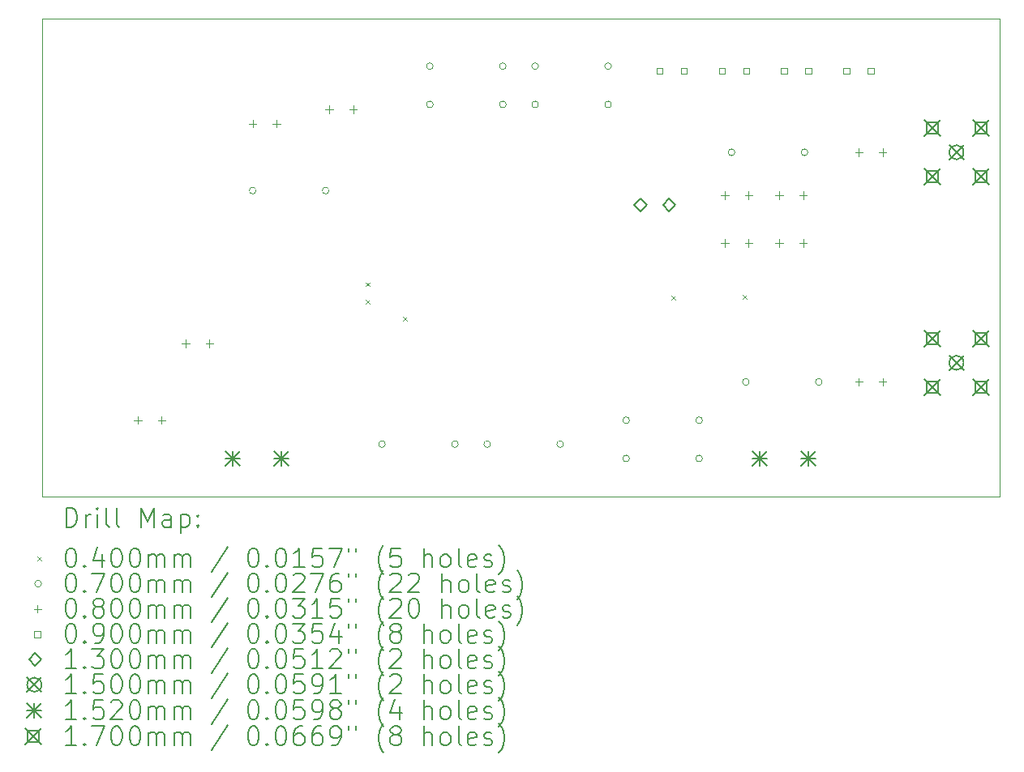
<source format=gbr>
%TF.GenerationSoftware,KiCad,Pcbnew,8.0.3*%
%TF.CreationDate,2024-06-21T15:34:52+08:00*%
%TF.ProjectId,pcb,7063622e-6b69-4636-9164-5f7063625858,rev?*%
%TF.SameCoordinates,Original*%
%TF.FileFunction,Drillmap*%
%TF.FilePolarity,Positive*%
%FSLAX45Y45*%
G04 Gerber Fmt 4.5, Leading zero omitted, Abs format (unit mm)*
G04 Created by KiCad (PCBNEW 8.0.3) date 2024-06-21 15:34:52*
%MOMM*%
%LPD*%
G01*
G04 APERTURE LIST*
%ADD10C,0.100000*%
%ADD11C,0.200000*%
%ADD12C,0.130000*%
%ADD13C,0.150000*%
%ADD14C,0.152000*%
%ADD15C,0.170000*%
G04 APERTURE END LIST*
D10*
X8000000Y-5000000D02*
X18000000Y-5000000D01*
X18000000Y-10000000D01*
X8000000Y-10000000D01*
X8000000Y-5000000D01*
D11*
D10*
X11380000Y-7760000D02*
X11420000Y-7800000D01*
X11420000Y-7760000D02*
X11380000Y-7800000D01*
X11380000Y-7940000D02*
X11420000Y-7980000D01*
X11420000Y-7940000D02*
X11380000Y-7980000D01*
X11772000Y-8119000D02*
X11812000Y-8159000D01*
X11812000Y-8119000D02*
X11772000Y-8159000D01*
X14576000Y-7899000D02*
X14616000Y-7939000D01*
X14616000Y-7899000D02*
X14576000Y-7939000D01*
X15319000Y-7891000D02*
X15359000Y-7931000D01*
X15359000Y-7891000D02*
X15319000Y-7931000D01*
X10235000Y-6800000D02*
G75*
G02*
X10165000Y-6800000I-35000J0D01*
G01*
X10165000Y-6800000D02*
G75*
G02*
X10235000Y-6800000I35000J0D01*
G01*
X10997000Y-6800000D02*
G75*
G02*
X10927000Y-6800000I-35000J0D01*
G01*
X10927000Y-6800000D02*
G75*
G02*
X10997000Y-6800000I35000J0D01*
G01*
X11585000Y-9450000D02*
G75*
G02*
X11515000Y-9450000I-35000J0D01*
G01*
X11515000Y-9450000D02*
G75*
G02*
X11585000Y-9450000I35000J0D01*
G01*
X12085000Y-5500000D02*
G75*
G02*
X12015000Y-5500000I-35000J0D01*
G01*
X12015000Y-5500000D02*
G75*
G02*
X12085000Y-5500000I35000J0D01*
G01*
X12085000Y-5900000D02*
G75*
G02*
X12015000Y-5900000I-35000J0D01*
G01*
X12015000Y-5900000D02*
G75*
G02*
X12085000Y-5900000I35000J0D01*
G01*
X12347000Y-9450000D02*
G75*
G02*
X12277000Y-9450000I-35000J0D01*
G01*
X12277000Y-9450000D02*
G75*
G02*
X12347000Y-9450000I35000J0D01*
G01*
X12685000Y-9450000D02*
G75*
G02*
X12615000Y-9450000I-35000J0D01*
G01*
X12615000Y-9450000D02*
G75*
G02*
X12685000Y-9450000I35000J0D01*
G01*
X12847000Y-5500000D02*
G75*
G02*
X12777000Y-5500000I-35000J0D01*
G01*
X12777000Y-5500000D02*
G75*
G02*
X12847000Y-5500000I35000J0D01*
G01*
X12847000Y-5900000D02*
G75*
G02*
X12777000Y-5900000I-35000J0D01*
G01*
X12777000Y-5900000D02*
G75*
G02*
X12847000Y-5900000I35000J0D01*
G01*
X13185000Y-5500000D02*
G75*
G02*
X13115000Y-5500000I-35000J0D01*
G01*
X13115000Y-5500000D02*
G75*
G02*
X13185000Y-5500000I35000J0D01*
G01*
X13185000Y-5900000D02*
G75*
G02*
X13115000Y-5900000I-35000J0D01*
G01*
X13115000Y-5900000D02*
G75*
G02*
X13185000Y-5900000I35000J0D01*
G01*
X13447000Y-9450000D02*
G75*
G02*
X13377000Y-9450000I-35000J0D01*
G01*
X13377000Y-9450000D02*
G75*
G02*
X13447000Y-9450000I35000J0D01*
G01*
X13947000Y-5500000D02*
G75*
G02*
X13877000Y-5500000I-35000J0D01*
G01*
X13877000Y-5500000D02*
G75*
G02*
X13947000Y-5500000I35000J0D01*
G01*
X13947000Y-5900000D02*
G75*
G02*
X13877000Y-5900000I-35000J0D01*
G01*
X13877000Y-5900000D02*
G75*
G02*
X13947000Y-5900000I35000J0D01*
G01*
X14135000Y-9200000D02*
G75*
G02*
X14065000Y-9200000I-35000J0D01*
G01*
X14065000Y-9200000D02*
G75*
G02*
X14135000Y-9200000I35000J0D01*
G01*
X14135000Y-9600000D02*
G75*
G02*
X14065000Y-9600000I-35000J0D01*
G01*
X14065000Y-9600000D02*
G75*
G02*
X14135000Y-9600000I35000J0D01*
G01*
X14897000Y-9200000D02*
G75*
G02*
X14827000Y-9200000I-35000J0D01*
G01*
X14827000Y-9200000D02*
G75*
G02*
X14897000Y-9200000I35000J0D01*
G01*
X14897000Y-9600000D02*
G75*
G02*
X14827000Y-9600000I-35000J0D01*
G01*
X14827000Y-9600000D02*
G75*
G02*
X14897000Y-9600000I35000J0D01*
G01*
X15235000Y-6400000D02*
G75*
G02*
X15165000Y-6400000I-35000J0D01*
G01*
X15165000Y-6400000D02*
G75*
G02*
X15235000Y-6400000I35000J0D01*
G01*
X15385000Y-8800000D02*
G75*
G02*
X15315000Y-8800000I-35000J0D01*
G01*
X15315000Y-8800000D02*
G75*
G02*
X15385000Y-8800000I35000J0D01*
G01*
X15997000Y-6400000D02*
G75*
G02*
X15927000Y-6400000I-35000J0D01*
G01*
X15927000Y-6400000D02*
G75*
G02*
X15997000Y-6400000I35000J0D01*
G01*
X16147000Y-8800000D02*
G75*
G02*
X16077000Y-8800000I-35000J0D01*
G01*
X16077000Y-8800000D02*
G75*
G02*
X16147000Y-8800000I35000J0D01*
G01*
X9000000Y-9160000D02*
X9000000Y-9240000D01*
X8960000Y-9200000D02*
X9040000Y-9200000D01*
X9250000Y-9160000D02*
X9250000Y-9240000D01*
X9210000Y-9200000D02*
X9290000Y-9200000D01*
X9500000Y-8360000D02*
X9500000Y-8440000D01*
X9460000Y-8400000D02*
X9540000Y-8400000D01*
X9750000Y-8360000D02*
X9750000Y-8440000D01*
X9710000Y-8400000D02*
X9790000Y-8400000D01*
X10200000Y-6060000D02*
X10200000Y-6140000D01*
X10160000Y-6100000D02*
X10240000Y-6100000D01*
X10450000Y-6060000D02*
X10450000Y-6140000D01*
X10410000Y-6100000D02*
X10490000Y-6100000D01*
X11000000Y-5910000D02*
X11000000Y-5990000D01*
X10960000Y-5950000D02*
X11040000Y-5950000D01*
X11250000Y-5910000D02*
X11250000Y-5990000D01*
X11210000Y-5950000D02*
X11290000Y-5950000D01*
X15130000Y-6810000D02*
X15130000Y-6890000D01*
X15090000Y-6850000D02*
X15170000Y-6850000D01*
X15130000Y-7310000D02*
X15130000Y-7390000D01*
X15090000Y-7350000D02*
X15170000Y-7350000D01*
X15380000Y-6810000D02*
X15380000Y-6890000D01*
X15340000Y-6850000D02*
X15420000Y-6850000D01*
X15380000Y-7310000D02*
X15380000Y-7390000D01*
X15340000Y-7350000D02*
X15420000Y-7350000D01*
X15700000Y-6810000D02*
X15700000Y-6890000D01*
X15660000Y-6850000D02*
X15740000Y-6850000D01*
X15700000Y-7310000D02*
X15700000Y-7390000D01*
X15660000Y-7350000D02*
X15740000Y-7350000D01*
X15950000Y-6810000D02*
X15950000Y-6890000D01*
X15910000Y-6850000D02*
X15990000Y-6850000D01*
X15950000Y-7310000D02*
X15950000Y-7390000D01*
X15910000Y-7350000D02*
X15990000Y-7350000D01*
X16530000Y-6360000D02*
X16530000Y-6440000D01*
X16490000Y-6400000D02*
X16570000Y-6400000D01*
X16530000Y-8760000D02*
X16530000Y-8840000D01*
X16490000Y-8800000D02*
X16570000Y-8800000D01*
X16780000Y-6360000D02*
X16780000Y-6440000D01*
X16740000Y-6400000D02*
X16820000Y-6400000D01*
X16780000Y-8760000D02*
X16780000Y-8840000D01*
X16740000Y-8800000D02*
X16820000Y-8800000D01*
X14481820Y-5581820D02*
X14481820Y-5518180D01*
X14418180Y-5518180D01*
X14418180Y-5581820D01*
X14481820Y-5581820D01*
X14735820Y-5581820D02*
X14735820Y-5518180D01*
X14672180Y-5518180D01*
X14672180Y-5581820D01*
X14735820Y-5581820D01*
X15131820Y-5581820D02*
X15131820Y-5518180D01*
X15068180Y-5518180D01*
X15068180Y-5581820D01*
X15131820Y-5581820D01*
X15385820Y-5581820D02*
X15385820Y-5518180D01*
X15322180Y-5518180D01*
X15322180Y-5581820D01*
X15385820Y-5581820D01*
X15781820Y-5581820D02*
X15781820Y-5518180D01*
X15718180Y-5518180D01*
X15718180Y-5581820D01*
X15781820Y-5581820D01*
X16035820Y-5581820D02*
X16035820Y-5518180D01*
X15972180Y-5518180D01*
X15972180Y-5581820D01*
X16035820Y-5581820D01*
X16431820Y-5581820D02*
X16431820Y-5518180D01*
X16368180Y-5518180D01*
X16368180Y-5581820D01*
X16431820Y-5581820D01*
X16685820Y-5581820D02*
X16685820Y-5518180D01*
X16622180Y-5518180D01*
X16622180Y-5581820D01*
X16685820Y-5581820D01*
D12*
X14250000Y-7015000D02*
X14315000Y-6950000D01*
X14250000Y-6885000D01*
X14185000Y-6950000D01*
X14250000Y-7015000D01*
X14550000Y-7015000D02*
X14615000Y-6950000D01*
X14550000Y-6885000D01*
X14485000Y-6950000D01*
X14550000Y-7015000D01*
D13*
X17475000Y-6325000D02*
X17625000Y-6475000D01*
X17625000Y-6325000D02*
X17475000Y-6475000D01*
X17625000Y-6400000D02*
G75*
G02*
X17475000Y-6400000I-75000J0D01*
G01*
X17475000Y-6400000D02*
G75*
G02*
X17625000Y-6400000I75000J0D01*
G01*
X17475000Y-8525000D02*
X17625000Y-8675000D01*
X17625000Y-8525000D02*
X17475000Y-8675000D01*
X17625000Y-8600000D02*
G75*
G02*
X17475000Y-8600000I-75000J0D01*
G01*
X17475000Y-8600000D02*
G75*
G02*
X17625000Y-8600000I75000J0D01*
G01*
D14*
X9916000Y-9524000D02*
X10068000Y-9676000D01*
X10068000Y-9524000D02*
X9916000Y-9676000D01*
X9992000Y-9524000D02*
X9992000Y-9676000D01*
X9916000Y-9600000D02*
X10068000Y-9600000D01*
X10424000Y-9524000D02*
X10576000Y-9676000D01*
X10576000Y-9524000D02*
X10424000Y-9676000D01*
X10500000Y-9524000D02*
X10500000Y-9676000D01*
X10424000Y-9600000D02*
X10576000Y-9600000D01*
X15416000Y-9524000D02*
X15568000Y-9676000D01*
X15568000Y-9524000D02*
X15416000Y-9676000D01*
X15492000Y-9524000D02*
X15492000Y-9676000D01*
X15416000Y-9600000D02*
X15568000Y-9600000D01*
X15924000Y-9524000D02*
X16076000Y-9676000D01*
X16076000Y-9524000D02*
X15924000Y-9676000D01*
X16000000Y-9524000D02*
X16000000Y-9676000D01*
X15924000Y-9600000D02*
X16076000Y-9600000D01*
D15*
X17211000Y-6061000D02*
X17381000Y-6231000D01*
X17381000Y-6061000D02*
X17211000Y-6231000D01*
X17356105Y-6206105D02*
X17356105Y-6085895D01*
X17235895Y-6085895D01*
X17235895Y-6206105D01*
X17356105Y-6206105D01*
X17211000Y-6569000D02*
X17381000Y-6739000D01*
X17381000Y-6569000D02*
X17211000Y-6739000D01*
X17356105Y-6714105D02*
X17356105Y-6593895D01*
X17235895Y-6593895D01*
X17235895Y-6714105D01*
X17356105Y-6714105D01*
X17211000Y-8261000D02*
X17381000Y-8431000D01*
X17381000Y-8261000D02*
X17211000Y-8431000D01*
X17356105Y-8406105D02*
X17356105Y-8285895D01*
X17235895Y-8285895D01*
X17235895Y-8406105D01*
X17356105Y-8406105D01*
X17211000Y-8769000D02*
X17381000Y-8939000D01*
X17381000Y-8769000D02*
X17211000Y-8939000D01*
X17356105Y-8914105D02*
X17356105Y-8793895D01*
X17235895Y-8793895D01*
X17235895Y-8914105D01*
X17356105Y-8914105D01*
X17719000Y-6061000D02*
X17889000Y-6231000D01*
X17889000Y-6061000D02*
X17719000Y-6231000D01*
X17864105Y-6206105D02*
X17864105Y-6085895D01*
X17743895Y-6085895D01*
X17743895Y-6206105D01*
X17864105Y-6206105D01*
X17719000Y-6569000D02*
X17889000Y-6739000D01*
X17889000Y-6569000D02*
X17719000Y-6739000D01*
X17864105Y-6714105D02*
X17864105Y-6593895D01*
X17743895Y-6593895D01*
X17743895Y-6714105D01*
X17864105Y-6714105D01*
X17719000Y-8261000D02*
X17889000Y-8431000D01*
X17889000Y-8261000D02*
X17719000Y-8431000D01*
X17864105Y-8406105D02*
X17864105Y-8285895D01*
X17743895Y-8285895D01*
X17743895Y-8406105D01*
X17864105Y-8406105D01*
X17719000Y-8769000D02*
X17889000Y-8939000D01*
X17889000Y-8769000D02*
X17719000Y-8939000D01*
X17864105Y-8914105D02*
X17864105Y-8793895D01*
X17743895Y-8793895D01*
X17743895Y-8914105D01*
X17864105Y-8914105D01*
D11*
X8255777Y-10316484D02*
X8255777Y-10116484D01*
X8255777Y-10116484D02*
X8303396Y-10116484D01*
X8303396Y-10116484D02*
X8331967Y-10126008D01*
X8331967Y-10126008D02*
X8351015Y-10145055D01*
X8351015Y-10145055D02*
X8360539Y-10164103D01*
X8360539Y-10164103D02*
X8370062Y-10202198D01*
X8370062Y-10202198D02*
X8370062Y-10230770D01*
X8370062Y-10230770D02*
X8360539Y-10268865D01*
X8360539Y-10268865D02*
X8351015Y-10287912D01*
X8351015Y-10287912D02*
X8331967Y-10306960D01*
X8331967Y-10306960D02*
X8303396Y-10316484D01*
X8303396Y-10316484D02*
X8255777Y-10316484D01*
X8455777Y-10316484D02*
X8455777Y-10183150D01*
X8455777Y-10221246D02*
X8465301Y-10202198D01*
X8465301Y-10202198D02*
X8474824Y-10192674D01*
X8474824Y-10192674D02*
X8493872Y-10183150D01*
X8493872Y-10183150D02*
X8512920Y-10183150D01*
X8579586Y-10316484D02*
X8579586Y-10183150D01*
X8579586Y-10116484D02*
X8570063Y-10126008D01*
X8570063Y-10126008D02*
X8579586Y-10135531D01*
X8579586Y-10135531D02*
X8589110Y-10126008D01*
X8589110Y-10126008D02*
X8579586Y-10116484D01*
X8579586Y-10116484D02*
X8579586Y-10135531D01*
X8703396Y-10316484D02*
X8684348Y-10306960D01*
X8684348Y-10306960D02*
X8674824Y-10287912D01*
X8674824Y-10287912D02*
X8674824Y-10116484D01*
X8808158Y-10316484D02*
X8789110Y-10306960D01*
X8789110Y-10306960D02*
X8779586Y-10287912D01*
X8779586Y-10287912D02*
X8779586Y-10116484D01*
X9036729Y-10316484D02*
X9036729Y-10116484D01*
X9036729Y-10116484D02*
X9103396Y-10259341D01*
X9103396Y-10259341D02*
X9170063Y-10116484D01*
X9170063Y-10116484D02*
X9170063Y-10316484D01*
X9351015Y-10316484D02*
X9351015Y-10211722D01*
X9351015Y-10211722D02*
X9341491Y-10192674D01*
X9341491Y-10192674D02*
X9322444Y-10183150D01*
X9322444Y-10183150D02*
X9284348Y-10183150D01*
X9284348Y-10183150D02*
X9265301Y-10192674D01*
X9351015Y-10306960D02*
X9331967Y-10316484D01*
X9331967Y-10316484D02*
X9284348Y-10316484D01*
X9284348Y-10316484D02*
X9265301Y-10306960D01*
X9265301Y-10306960D02*
X9255777Y-10287912D01*
X9255777Y-10287912D02*
X9255777Y-10268865D01*
X9255777Y-10268865D02*
X9265301Y-10249817D01*
X9265301Y-10249817D02*
X9284348Y-10240293D01*
X9284348Y-10240293D02*
X9331967Y-10240293D01*
X9331967Y-10240293D02*
X9351015Y-10230770D01*
X9446253Y-10183150D02*
X9446253Y-10383150D01*
X9446253Y-10192674D02*
X9465301Y-10183150D01*
X9465301Y-10183150D02*
X9503396Y-10183150D01*
X9503396Y-10183150D02*
X9522444Y-10192674D01*
X9522444Y-10192674D02*
X9531967Y-10202198D01*
X9531967Y-10202198D02*
X9541491Y-10221246D01*
X9541491Y-10221246D02*
X9541491Y-10278389D01*
X9541491Y-10278389D02*
X9531967Y-10297436D01*
X9531967Y-10297436D02*
X9522444Y-10306960D01*
X9522444Y-10306960D02*
X9503396Y-10316484D01*
X9503396Y-10316484D02*
X9465301Y-10316484D01*
X9465301Y-10316484D02*
X9446253Y-10306960D01*
X9627205Y-10297436D02*
X9636729Y-10306960D01*
X9636729Y-10306960D02*
X9627205Y-10316484D01*
X9627205Y-10316484D02*
X9617682Y-10306960D01*
X9617682Y-10306960D02*
X9627205Y-10297436D01*
X9627205Y-10297436D02*
X9627205Y-10316484D01*
X9627205Y-10192674D02*
X9636729Y-10202198D01*
X9636729Y-10202198D02*
X9627205Y-10211722D01*
X9627205Y-10211722D02*
X9617682Y-10202198D01*
X9617682Y-10202198D02*
X9627205Y-10192674D01*
X9627205Y-10192674D02*
X9627205Y-10211722D01*
D10*
X7955000Y-10625000D02*
X7995000Y-10665000D01*
X7995000Y-10625000D02*
X7955000Y-10665000D01*
D11*
X8293872Y-10536484D02*
X8312920Y-10536484D01*
X8312920Y-10536484D02*
X8331967Y-10546008D01*
X8331967Y-10546008D02*
X8341491Y-10555531D01*
X8341491Y-10555531D02*
X8351015Y-10574579D01*
X8351015Y-10574579D02*
X8360539Y-10612674D01*
X8360539Y-10612674D02*
X8360539Y-10660293D01*
X8360539Y-10660293D02*
X8351015Y-10698389D01*
X8351015Y-10698389D02*
X8341491Y-10717436D01*
X8341491Y-10717436D02*
X8331967Y-10726960D01*
X8331967Y-10726960D02*
X8312920Y-10736484D01*
X8312920Y-10736484D02*
X8293872Y-10736484D01*
X8293872Y-10736484D02*
X8274824Y-10726960D01*
X8274824Y-10726960D02*
X8265301Y-10717436D01*
X8265301Y-10717436D02*
X8255777Y-10698389D01*
X8255777Y-10698389D02*
X8246253Y-10660293D01*
X8246253Y-10660293D02*
X8246253Y-10612674D01*
X8246253Y-10612674D02*
X8255777Y-10574579D01*
X8255777Y-10574579D02*
X8265301Y-10555531D01*
X8265301Y-10555531D02*
X8274824Y-10546008D01*
X8274824Y-10546008D02*
X8293872Y-10536484D01*
X8446253Y-10717436D02*
X8455777Y-10726960D01*
X8455777Y-10726960D02*
X8446253Y-10736484D01*
X8446253Y-10736484D02*
X8436729Y-10726960D01*
X8436729Y-10726960D02*
X8446253Y-10717436D01*
X8446253Y-10717436D02*
X8446253Y-10736484D01*
X8627205Y-10603150D02*
X8627205Y-10736484D01*
X8579586Y-10526960D02*
X8531967Y-10669817D01*
X8531967Y-10669817D02*
X8655777Y-10669817D01*
X8770063Y-10536484D02*
X8789110Y-10536484D01*
X8789110Y-10536484D02*
X8808158Y-10546008D01*
X8808158Y-10546008D02*
X8817682Y-10555531D01*
X8817682Y-10555531D02*
X8827205Y-10574579D01*
X8827205Y-10574579D02*
X8836729Y-10612674D01*
X8836729Y-10612674D02*
X8836729Y-10660293D01*
X8836729Y-10660293D02*
X8827205Y-10698389D01*
X8827205Y-10698389D02*
X8817682Y-10717436D01*
X8817682Y-10717436D02*
X8808158Y-10726960D01*
X8808158Y-10726960D02*
X8789110Y-10736484D01*
X8789110Y-10736484D02*
X8770063Y-10736484D01*
X8770063Y-10736484D02*
X8751015Y-10726960D01*
X8751015Y-10726960D02*
X8741491Y-10717436D01*
X8741491Y-10717436D02*
X8731967Y-10698389D01*
X8731967Y-10698389D02*
X8722444Y-10660293D01*
X8722444Y-10660293D02*
X8722444Y-10612674D01*
X8722444Y-10612674D02*
X8731967Y-10574579D01*
X8731967Y-10574579D02*
X8741491Y-10555531D01*
X8741491Y-10555531D02*
X8751015Y-10546008D01*
X8751015Y-10546008D02*
X8770063Y-10536484D01*
X8960539Y-10536484D02*
X8979586Y-10536484D01*
X8979586Y-10536484D02*
X8998634Y-10546008D01*
X8998634Y-10546008D02*
X9008158Y-10555531D01*
X9008158Y-10555531D02*
X9017682Y-10574579D01*
X9017682Y-10574579D02*
X9027205Y-10612674D01*
X9027205Y-10612674D02*
X9027205Y-10660293D01*
X9027205Y-10660293D02*
X9017682Y-10698389D01*
X9017682Y-10698389D02*
X9008158Y-10717436D01*
X9008158Y-10717436D02*
X8998634Y-10726960D01*
X8998634Y-10726960D02*
X8979586Y-10736484D01*
X8979586Y-10736484D02*
X8960539Y-10736484D01*
X8960539Y-10736484D02*
X8941491Y-10726960D01*
X8941491Y-10726960D02*
X8931967Y-10717436D01*
X8931967Y-10717436D02*
X8922444Y-10698389D01*
X8922444Y-10698389D02*
X8912920Y-10660293D01*
X8912920Y-10660293D02*
X8912920Y-10612674D01*
X8912920Y-10612674D02*
X8922444Y-10574579D01*
X8922444Y-10574579D02*
X8931967Y-10555531D01*
X8931967Y-10555531D02*
X8941491Y-10546008D01*
X8941491Y-10546008D02*
X8960539Y-10536484D01*
X9112920Y-10736484D02*
X9112920Y-10603150D01*
X9112920Y-10622198D02*
X9122444Y-10612674D01*
X9122444Y-10612674D02*
X9141491Y-10603150D01*
X9141491Y-10603150D02*
X9170063Y-10603150D01*
X9170063Y-10603150D02*
X9189110Y-10612674D01*
X9189110Y-10612674D02*
X9198634Y-10631722D01*
X9198634Y-10631722D02*
X9198634Y-10736484D01*
X9198634Y-10631722D02*
X9208158Y-10612674D01*
X9208158Y-10612674D02*
X9227205Y-10603150D01*
X9227205Y-10603150D02*
X9255777Y-10603150D01*
X9255777Y-10603150D02*
X9274825Y-10612674D01*
X9274825Y-10612674D02*
X9284348Y-10631722D01*
X9284348Y-10631722D02*
X9284348Y-10736484D01*
X9379586Y-10736484D02*
X9379586Y-10603150D01*
X9379586Y-10622198D02*
X9389110Y-10612674D01*
X9389110Y-10612674D02*
X9408158Y-10603150D01*
X9408158Y-10603150D02*
X9436729Y-10603150D01*
X9436729Y-10603150D02*
X9455777Y-10612674D01*
X9455777Y-10612674D02*
X9465301Y-10631722D01*
X9465301Y-10631722D02*
X9465301Y-10736484D01*
X9465301Y-10631722D02*
X9474825Y-10612674D01*
X9474825Y-10612674D02*
X9493872Y-10603150D01*
X9493872Y-10603150D02*
X9522444Y-10603150D01*
X9522444Y-10603150D02*
X9541491Y-10612674D01*
X9541491Y-10612674D02*
X9551015Y-10631722D01*
X9551015Y-10631722D02*
X9551015Y-10736484D01*
X9941491Y-10526960D02*
X9770063Y-10784103D01*
X10198634Y-10536484D02*
X10217682Y-10536484D01*
X10217682Y-10536484D02*
X10236729Y-10546008D01*
X10236729Y-10546008D02*
X10246253Y-10555531D01*
X10246253Y-10555531D02*
X10255777Y-10574579D01*
X10255777Y-10574579D02*
X10265301Y-10612674D01*
X10265301Y-10612674D02*
X10265301Y-10660293D01*
X10265301Y-10660293D02*
X10255777Y-10698389D01*
X10255777Y-10698389D02*
X10246253Y-10717436D01*
X10246253Y-10717436D02*
X10236729Y-10726960D01*
X10236729Y-10726960D02*
X10217682Y-10736484D01*
X10217682Y-10736484D02*
X10198634Y-10736484D01*
X10198634Y-10736484D02*
X10179587Y-10726960D01*
X10179587Y-10726960D02*
X10170063Y-10717436D01*
X10170063Y-10717436D02*
X10160539Y-10698389D01*
X10160539Y-10698389D02*
X10151015Y-10660293D01*
X10151015Y-10660293D02*
X10151015Y-10612674D01*
X10151015Y-10612674D02*
X10160539Y-10574579D01*
X10160539Y-10574579D02*
X10170063Y-10555531D01*
X10170063Y-10555531D02*
X10179587Y-10546008D01*
X10179587Y-10546008D02*
X10198634Y-10536484D01*
X10351015Y-10717436D02*
X10360539Y-10726960D01*
X10360539Y-10726960D02*
X10351015Y-10736484D01*
X10351015Y-10736484D02*
X10341491Y-10726960D01*
X10341491Y-10726960D02*
X10351015Y-10717436D01*
X10351015Y-10717436D02*
X10351015Y-10736484D01*
X10484348Y-10536484D02*
X10503396Y-10536484D01*
X10503396Y-10536484D02*
X10522444Y-10546008D01*
X10522444Y-10546008D02*
X10531968Y-10555531D01*
X10531968Y-10555531D02*
X10541491Y-10574579D01*
X10541491Y-10574579D02*
X10551015Y-10612674D01*
X10551015Y-10612674D02*
X10551015Y-10660293D01*
X10551015Y-10660293D02*
X10541491Y-10698389D01*
X10541491Y-10698389D02*
X10531968Y-10717436D01*
X10531968Y-10717436D02*
X10522444Y-10726960D01*
X10522444Y-10726960D02*
X10503396Y-10736484D01*
X10503396Y-10736484D02*
X10484348Y-10736484D01*
X10484348Y-10736484D02*
X10465301Y-10726960D01*
X10465301Y-10726960D02*
X10455777Y-10717436D01*
X10455777Y-10717436D02*
X10446253Y-10698389D01*
X10446253Y-10698389D02*
X10436729Y-10660293D01*
X10436729Y-10660293D02*
X10436729Y-10612674D01*
X10436729Y-10612674D02*
X10446253Y-10574579D01*
X10446253Y-10574579D02*
X10455777Y-10555531D01*
X10455777Y-10555531D02*
X10465301Y-10546008D01*
X10465301Y-10546008D02*
X10484348Y-10536484D01*
X10741491Y-10736484D02*
X10627206Y-10736484D01*
X10684348Y-10736484D02*
X10684348Y-10536484D01*
X10684348Y-10536484D02*
X10665301Y-10565055D01*
X10665301Y-10565055D02*
X10646253Y-10584103D01*
X10646253Y-10584103D02*
X10627206Y-10593627D01*
X10922444Y-10536484D02*
X10827206Y-10536484D01*
X10827206Y-10536484D02*
X10817682Y-10631722D01*
X10817682Y-10631722D02*
X10827206Y-10622198D01*
X10827206Y-10622198D02*
X10846253Y-10612674D01*
X10846253Y-10612674D02*
X10893872Y-10612674D01*
X10893872Y-10612674D02*
X10912920Y-10622198D01*
X10912920Y-10622198D02*
X10922444Y-10631722D01*
X10922444Y-10631722D02*
X10931968Y-10650770D01*
X10931968Y-10650770D02*
X10931968Y-10698389D01*
X10931968Y-10698389D02*
X10922444Y-10717436D01*
X10922444Y-10717436D02*
X10912920Y-10726960D01*
X10912920Y-10726960D02*
X10893872Y-10736484D01*
X10893872Y-10736484D02*
X10846253Y-10736484D01*
X10846253Y-10736484D02*
X10827206Y-10726960D01*
X10827206Y-10726960D02*
X10817682Y-10717436D01*
X10998634Y-10536484D02*
X11131968Y-10536484D01*
X11131968Y-10536484D02*
X11046253Y-10736484D01*
X11198634Y-10536484D02*
X11198634Y-10574579D01*
X11274825Y-10536484D02*
X11274825Y-10574579D01*
X11570063Y-10812674D02*
X11560539Y-10803150D01*
X11560539Y-10803150D02*
X11541491Y-10774579D01*
X11541491Y-10774579D02*
X11531968Y-10755531D01*
X11531968Y-10755531D02*
X11522444Y-10726960D01*
X11522444Y-10726960D02*
X11512920Y-10679341D01*
X11512920Y-10679341D02*
X11512920Y-10641246D01*
X11512920Y-10641246D02*
X11522444Y-10593627D01*
X11522444Y-10593627D02*
X11531968Y-10565055D01*
X11531968Y-10565055D02*
X11541491Y-10546008D01*
X11541491Y-10546008D02*
X11560539Y-10517436D01*
X11560539Y-10517436D02*
X11570063Y-10507912D01*
X11741491Y-10536484D02*
X11646253Y-10536484D01*
X11646253Y-10536484D02*
X11636729Y-10631722D01*
X11636729Y-10631722D02*
X11646253Y-10622198D01*
X11646253Y-10622198D02*
X11665301Y-10612674D01*
X11665301Y-10612674D02*
X11712920Y-10612674D01*
X11712920Y-10612674D02*
X11731968Y-10622198D01*
X11731968Y-10622198D02*
X11741491Y-10631722D01*
X11741491Y-10631722D02*
X11751015Y-10650770D01*
X11751015Y-10650770D02*
X11751015Y-10698389D01*
X11751015Y-10698389D02*
X11741491Y-10717436D01*
X11741491Y-10717436D02*
X11731968Y-10726960D01*
X11731968Y-10726960D02*
X11712920Y-10736484D01*
X11712920Y-10736484D02*
X11665301Y-10736484D01*
X11665301Y-10736484D02*
X11646253Y-10726960D01*
X11646253Y-10726960D02*
X11636729Y-10717436D01*
X11989110Y-10736484D02*
X11989110Y-10536484D01*
X12074825Y-10736484D02*
X12074825Y-10631722D01*
X12074825Y-10631722D02*
X12065301Y-10612674D01*
X12065301Y-10612674D02*
X12046253Y-10603150D01*
X12046253Y-10603150D02*
X12017682Y-10603150D01*
X12017682Y-10603150D02*
X11998634Y-10612674D01*
X11998634Y-10612674D02*
X11989110Y-10622198D01*
X12198634Y-10736484D02*
X12179587Y-10726960D01*
X12179587Y-10726960D02*
X12170063Y-10717436D01*
X12170063Y-10717436D02*
X12160539Y-10698389D01*
X12160539Y-10698389D02*
X12160539Y-10641246D01*
X12160539Y-10641246D02*
X12170063Y-10622198D01*
X12170063Y-10622198D02*
X12179587Y-10612674D01*
X12179587Y-10612674D02*
X12198634Y-10603150D01*
X12198634Y-10603150D02*
X12227206Y-10603150D01*
X12227206Y-10603150D02*
X12246253Y-10612674D01*
X12246253Y-10612674D02*
X12255777Y-10622198D01*
X12255777Y-10622198D02*
X12265301Y-10641246D01*
X12265301Y-10641246D02*
X12265301Y-10698389D01*
X12265301Y-10698389D02*
X12255777Y-10717436D01*
X12255777Y-10717436D02*
X12246253Y-10726960D01*
X12246253Y-10726960D02*
X12227206Y-10736484D01*
X12227206Y-10736484D02*
X12198634Y-10736484D01*
X12379587Y-10736484D02*
X12360539Y-10726960D01*
X12360539Y-10726960D02*
X12351015Y-10707912D01*
X12351015Y-10707912D02*
X12351015Y-10536484D01*
X12531968Y-10726960D02*
X12512920Y-10736484D01*
X12512920Y-10736484D02*
X12474825Y-10736484D01*
X12474825Y-10736484D02*
X12455777Y-10726960D01*
X12455777Y-10726960D02*
X12446253Y-10707912D01*
X12446253Y-10707912D02*
X12446253Y-10631722D01*
X12446253Y-10631722D02*
X12455777Y-10612674D01*
X12455777Y-10612674D02*
X12474825Y-10603150D01*
X12474825Y-10603150D02*
X12512920Y-10603150D01*
X12512920Y-10603150D02*
X12531968Y-10612674D01*
X12531968Y-10612674D02*
X12541491Y-10631722D01*
X12541491Y-10631722D02*
X12541491Y-10650770D01*
X12541491Y-10650770D02*
X12446253Y-10669817D01*
X12617682Y-10726960D02*
X12636730Y-10736484D01*
X12636730Y-10736484D02*
X12674825Y-10736484D01*
X12674825Y-10736484D02*
X12693872Y-10726960D01*
X12693872Y-10726960D02*
X12703396Y-10707912D01*
X12703396Y-10707912D02*
X12703396Y-10698389D01*
X12703396Y-10698389D02*
X12693872Y-10679341D01*
X12693872Y-10679341D02*
X12674825Y-10669817D01*
X12674825Y-10669817D02*
X12646253Y-10669817D01*
X12646253Y-10669817D02*
X12627206Y-10660293D01*
X12627206Y-10660293D02*
X12617682Y-10641246D01*
X12617682Y-10641246D02*
X12617682Y-10631722D01*
X12617682Y-10631722D02*
X12627206Y-10612674D01*
X12627206Y-10612674D02*
X12646253Y-10603150D01*
X12646253Y-10603150D02*
X12674825Y-10603150D01*
X12674825Y-10603150D02*
X12693872Y-10612674D01*
X12770063Y-10812674D02*
X12779587Y-10803150D01*
X12779587Y-10803150D02*
X12798634Y-10774579D01*
X12798634Y-10774579D02*
X12808158Y-10755531D01*
X12808158Y-10755531D02*
X12817682Y-10726960D01*
X12817682Y-10726960D02*
X12827206Y-10679341D01*
X12827206Y-10679341D02*
X12827206Y-10641246D01*
X12827206Y-10641246D02*
X12817682Y-10593627D01*
X12817682Y-10593627D02*
X12808158Y-10565055D01*
X12808158Y-10565055D02*
X12798634Y-10546008D01*
X12798634Y-10546008D02*
X12779587Y-10517436D01*
X12779587Y-10517436D02*
X12770063Y-10507912D01*
D10*
X7995000Y-10909000D02*
G75*
G02*
X7925000Y-10909000I-35000J0D01*
G01*
X7925000Y-10909000D02*
G75*
G02*
X7995000Y-10909000I35000J0D01*
G01*
D11*
X8293872Y-10800484D02*
X8312920Y-10800484D01*
X8312920Y-10800484D02*
X8331967Y-10810008D01*
X8331967Y-10810008D02*
X8341491Y-10819531D01*
X8341491Y-10819531D02*
X8351015Y-10838579D01*
X8351015Y-10838579D02*
X8360539Y-10876674D01*
X8360539Y-10876674D02*
X8360539Y-10924293D01*
X8360539Y-10924293D02*
X8351015Y-10962389D01*
X8351015Y-10962389D02*
X8341491Y-10981436D01*
X8341491Y-10981436D02*
X8331967Y-10990960D01*
X8331967Y-10990960D02*
X8312920Y-11000484D01*
X8312920Y-11000484D02*
X8293872Y-11000484D01*
X8293872Y-11000484D02*
X8274824Y-10990960D01*
X8274824Y-10990960D02*
X8265301Y-10981436D01*
X8265301Y-10981436D02*
X8255777Y-10962389D01*
X8255777Y-10962389D02*
X8246253Y-10924293D01*
X8246253Y-10924293D02*
X8246253Y-10876674D01*
X8246253Y-10876674D02*
X8255777Y-10838579D01*
X8255777Y-10838579D02*
X8265301Y-10819531D01*
X8265301Y-10819531D02*
X8274824Y-10810008D01*
X8274824Y-10810008D02*
X8293872Y-10800484D01*
X8446253Y-10981436D02*
X8455777Y-10990960D01*
X8455777Y-10990960D02*
X8446253Y-11000484D01*
X8446253Y-11000484D02*
X8436729Y-10990960D01*
X8436729Y-10990960D02*
X8446253Y-10981436D01*
X8446253Y-10981436D02*
X8446253Y-11000484D01*
X8522444Y-10800484D02*
X8655777Y-10800484D01*
X8655777Y-10800484D02*
X8570063Y-11000484D01*
X8770063Y-10800484D02*
X8789110Y-10800484D01*
X8789110Y-10800484D02*
X8808158Y-10810008D01*
X8808158Y-10810008D02*
X8817682Y-10819531D01*
X8817682Y-10819531D02*
X8827205Y-10838579D01*
X8827205Y-10838579D02*
X8836729Y-10876674D01*
X8836729Y-10876674D02*
X8836729Y-10924293D01*
X8836729Y-10924293D02*
X8827205Y-10962389D01*
X8827205Y-10962389D02*
X8817682Y-10981436D01*
X8817682Y-10981436D02*
X8808158Y-10990960D01*
X8808158Y-10990960D02*
X8789110Y-11000484D01*
X8789110Y-11000484D02*
X8770063Y-11000484D01*
X8770063Y-11000484D02*
X8751015Y-10990960D01*
X8751015Y-10990960D02*
X8741491Y-10981436D01*
X8741491Y-10981436D02*
X8731967Y-10962389D01*
X8731967Y-10962389D02*
X8722444Y-10924293D01*
X8722444Y-10924293D02*
X8722444Y-10876674D01*
X8722444Y-10876674D02*
X8731967Y-10838579D01*
X8731967Y-10838579D02*
X8741491Y-10819531D01*
X8741491Y-10819531D02*
X8751015Y-10810008D01*
X8751015Y-10810008D02*
X8770063Y-10800484D01*
X8960539Y-10800484D02*
X8979586Y-10800484D01*
X8979586Y-10800484D02*
X8998634Y-10810008D01*
X8998634Y-10810008D02*
X9008158Y-10819531D01*
X9008158Y-10819531D02*
X9017682Y-10838579D01*
X9017682Y-10838579D02*
X9027205Y-10876674D01*
X9027205Y-10876674D02*
X9027205Y-10924293D01*
X9027205Y-10924293D02*
X9017682Y-10962389D01*
X9017682Y-10962389D02*
X9008158Y-10981436D01*
X9008158Y-10981436D02*
X8998634Y-10990960D01*
X8998634Y-10990960D02*
X8979586Y-11000484D01*
X8979586Y-11000484D02*
X8960539Y-11000484D01*
X8960539Y-11000484D02*
X8941491Y-10990960D01*
X8941491Y-10990960D02*
X8931967Y-10981436D01*
X8931967Y-10981436D02*
X8922444Y-10962389D01*
X8922444Y-10962389D02*
X8912920Y-10924293D01*
X8912920Y-10924293D02*
X8912920Y-10876674D01*
X8912920Y-10876674D02*
X8922444Y-10838579D01*
X8922444Y-10838579D02*
X8931967Y-10819531D01*
X8931967Y-10819531D02*
X8941491Y-10810008D01*
X8941491Y-10810008D02*
X8960539Y-10800484D01*
X9112920Y-11000484D02*
X9112920Y-10867150D01*
X9112920Y-10886198D02*
X9122444Y-10876674D01*
X9122444Y-10876674D02*
X9141491Y-10867150D01*
X9141491Y-10867150D02*
X9170063Y-10867150D01*
X9170063Y-10867150D02*
X9189110Y-10876674D01*
X9189110Y-10876674D02*
X9198634Y-10895722D01*
X9198634Y-10895722D02*
X9198634Y-11000484D01*
X9198634Y-10895722D02*
X9208158Y-10876674D01*
X9208158Y-10876674D02*
X9227205Y-10867150D01*
X9227205Y-10867150D02*
X9255777Y-10867150D01*
X9255777Y-10867150D02*
X9274825Y-10876674D01*
X9274825Y-10876674D02*
X9284348Y-10895722D01*
X9284348Y-10895722D02*
X9284348Y-11000484D01*
X9379586Y-11000484D02*
X9379586Y-10867150D01*
X9379586Y-10886198D02*
X9389110Y-10876674D01*
X9389110Y-10876674D02*
X9408158Y-10867150D01*
X9408158Y-10867150D02*
X9436729Y-10867150D01*
X9436729Y-10867150D02*
X9455777Y-10876674D01*
X9455777Y-10876674D02*
X9465301Y-10895722D01*
X9465301Y-10895722D02*
X9465301Y-11000484D01*
X9465301Y-10895722D02*
X9474825Y-10876674D01*
X9474825Y-10876674D02*
X9493872Y-10867150D01*
X9493872Y-10867150D02*
X9522444Y-10867150D01*
X9522444Y-10867150D02*
X9541491Y-10876674D01*
X9541491Y-10876674D02*
X9551015Y-10895722D01*
X9551015Y-10895722D02*
X9551015Y-11000484D01*
X9941491Y-10790960D02*
X9770063Y-11048103D01*
X10198634Y-10800484D02*
X10217682Y-10800484D01*
X10217682Y-10800484D02*
X10236729Y-10810008D01*
X10236729Y-10810008D02*
X10246253Y-10819531D01*
X10246253Y-10819531D02*
X10255777Y-10838579D01*
X10255777Y-10838579D02*
X10265301Y-10876674D01*
X10265301Y-10876674D02*
X10265301Y-10924293D01*
X10265301Y-10924293D02*
X10255777Y-10962389D01*
X10255777Y-10962389D02*
X10246253Y-10981436D01*
X10246253Y-10981436D02*
X10236729Y-10990960D01*
X10236729Y-10990960D02*
X10217682Y-11000484D01*
X10217682Y-11000484D02*
X10198634Y-11000484D01*
X10198634Y-11000484D02*
X10179587Y-10990960D01*
X10179587Y-10990960D02*
X10170063Y-10981436D01*
X10170063Y-10981436D02*
X10160539Y-10962389D01*
X10160539Y-10962389D02*
X10151015Y-10924293D01*
X10151015Y-10924293D02*
X10151015Y-10876674D01*
X10151015Y-10876674D02*
X10160539Y-10838579D01*
X10160539Y-10838579D02*
X10170063Y-10819531D01*
X10170063Y-10819531D02*
X10179587Y-10810008D01*
X10179587Y-10810008D02*
X10198634Y-10800484D01*
X10351015Y-10981436D02*
X10360539Y-10990960D01*
X10360539Y-10990960D02*
X10351015Y-11000484D01*
X10351015Y-11000484D02*
X10341491Y-10990960D01*
X10341491Y-10990960D02*
X10351015Y-10981436D01*
X10351015Y-10981436D02*
X10351015Y-11000484D01*
X10484348Y-10800484D02*
X10503396Y-10800484D01*
X10503396Y-10800484D02*
X10522444Y-10810008D01*
X10522444Y-10810008D02*
X10531968Y-10819531D01*
X10531968Y-10819531D02*
X10541491Y-10838579D01*
X10541491Y-10838579D02*
X10551015Y-10876674D01*
X10551015Y-10876674D02*
X10551015Y-10924293D01*
X10551015Y-10924293D02*
X10541491Y-10962389D01*
X10541491Y-10962389D02*
X10531968Y-10981436D01*
X10531968Y-10981436D02*
X10522444Y-10990960D01*
X10522444Y-10990960D02*
X10503396Y-11000484D01*
X10503396Y-11000484D02*
X10484348Y-11000484D01*
X10484348Y-11000484D02*
X10465301Y-10990960D01*
X10465301Y-10990960D02*
X10455777Y-10981436D01*
X10455777Y-10981436D02*
X10446253Y-10962389D01*
X10446253Y-10962389D02*
X10436729Y-10924293D01*
X10436729Y-10924293D02*
X10436729Y-10876674D01*
X10436729Y-10876674D02*
X10446253Y-10838579D01*
X10446253Y-10838579D02*
X10455777Y-10819531D01*
X10455777Y-10819531D02*
X10465301Y-10810008D01*
X10465301Y-10810008D02*
X10484348Y-10800484D01*
X10627206Y-10819531D02*
X10636729Y-10810008D01*
X10636729Y-10810008D02*
X10655777Y-10800484D01*
X10655777Y-10800484D02*
X10703396Y-10800484D01*
X10703396Y-10800484D02*
X10722444Y-10810008D01*
X10722444Y-10810008D02*
X10731968Y-10819531D01*
X10731968Y-10819531D02*
X10741491Y-10838579D01*
X10741491Y-10838579D02*
X10741491Y-10857627D01*
X10741491Y-10857627D02*
X10731968Y-10886198D01*
X10731968Y-10886198D02*
X10617682Y-11000484D01*
X10617682Y-11000484D02*
X10741491Y-11000484D01*
X10808158Y-10800484D02*
X10941491Y-10800484D01*
X10941491Y-10800484D02*
X10855777Y-11000484D01*
X11103396Y-10800484D02*
X11065301Y-10800484D01*
X11065301Y-10800484D02*
X11046253Y-10810008D01*
X11046253Y-10810008D02*
X11036729Y-10819531D01*
X11036729Y-10819531D02*
X11017682Y-10848103D01*
X11017682Y-10848103D02*
X11008158Y-10886198D01*
X11008158Y-10886198D02*
X11008158Y-10962389D01*
X11008158Y-10962389D02*
X11017682Y-10981436D01*
X11017682Y-10981436D02*
X11027206Y-10990960D01*
X11027206Y-10990960D02*
X11046253Y-11000484D01*
X11046253Y-11000484D02*
X11084349Y-11000484D01*
X11084349Y-11000484D02*
X11103396Y-10990960D01*
X11103396Y-10990960D02*
X11112920Y-10981436D01*
X11112920Y-10981436D02*
X11122444Y-10962389D01*
X11122444Y-10962389D02*
X11122444Y-10914770D01*
X11122444Y-10914770D02*
X11112920Y-10895722D01*
X11112920Y-10895722D02*
X11103396Y-10886198D01*
X11103396Y-10886198D02*
X11084349Y-10876674D01*
X11084349Y-10876674D02*
X11046253Y-10876674D01*
X11046253Y-10876674D02*
X11027206Y-10886198D01*
X11027206Y-10886198D02*
X11017682Y-10895722D01*
X11017682Y-10895722D02*
X11008158Y-10914770D01*
X11198634Y-10800484D02*
X11198634Y-10838579D01*
X11274825Y-10800484D02*
X11274825Y-10838579D01*
X11570063Y-11076674D02*
X11560539Y-11067150D01*
X11560539Y-11067150D02*
X11541491Y-11038579D01*
X11541491Y-11038579D02*
X11531968Y-11019531D01*
X11531968Y-11019531D02*
X11522444Y-10990960D01*
X11522444Y-10990960D02*
X11512920Y-10943341D01*
X11512920Y-10943341D02*
X11512920Y-10905246D01*
X11512920Y-10905246D02*
X11522444Y-10857627D01*
X11522444Y-10857627D02*
X11531968Y-10829055D01*
X11531968Y-10829055D02*
X11541491Y-10810008D01*
X11541491Y-10810008D02*
X11560539Y-10781436D01*
X11560539Y-10781436D02*
X11570063Y-10771912D01*
X11636729Y-10819531D02*
X11646253Y-10810008D01*
X11646253Y-10810008D02*
X11665301Y-10800484D01*
X11665301Y-10800484D02*
X11712920Y-10800484D01*
X11712920Y-10800484D02*
X11731968Y-10810008D01*
X11731968Y-10810008D02*
X11741491Y-10819531D01*
X11741491Y-10819531D02*
X11751015Y-10838579D01*
X11751015Y-10838579D02*
X11751015Y-10857627D01*
X11751015Y-10857627D02*
X11741491Y-10886198D01*
X11741491Y-10886198D02*
X11627206Y-11000484D01*
X11627206Y-11000484D02*
X11751015Y-11000484D01*
X11827206Y-10819531D02*
X11836729Y-10810008D01*
X11836729Y-10810008D02*
X11855777Y-10800484D01*
X11855777Y-10800484D02*
X11903396Y-10800484D01*
X11903396Y-10800484D02*
X11922444Y-10810008D01*
X11922444Y-10810008D02*
X11931968Y-10819531D01*
X11931968Y-10819531D02*
X11941491Y-10838579D01*
X11941491Y-10838579D02*
X11941491Y-10857627D01*
X11941491Y-10857627D02*
X11931968Y-10886198D01*
X11931968Y-10886198D02*
X11817682Y-11000484D01*
X11817682Y-11000484D02*
X11941491Y-11000484D01*
X12179587Y-11000484D02*
X12179587Y-10800484D01*
X12265301Y-11000484D02*
X12265301Y-10895722D01*
X12265301Y-10895722D02*
X12255777Y-10876674D01*
X12255777Y-10876674D02*
X12236730Y-10867150D01*
X12236730Y-10867150D02*
X12208158Y-10867150D01*
X12208158Y-10867150D02*
X12189110Y-10876674D01*
X12189110Y-10876674D02*
X12179587Y-10886198D01*
X12389110Y-11000484D02*
X12370063Y-10990960D01*
X12370063Y-10990960D02*
X12360539Y-10981436D01*
X12360539Y-10981436D02*
X12351015Y-10962389D01*
X12351015Y-10962389D02*
X12351015Y-10905246D01*
X12351015Y-10905246D02*
X12360539Y-10886198D01*
X12360539Y-10886198D02*
X12370063Y-10876674D01*
X12370063Y-10876674D02*
X12389110Y-10867150D01*
X12389110Y-10867150D02*
X12417682Y-10867150D01*
X12417682Y-10867150D02*
X12436730Y-10876674D01*
X12436730Y-10876674D02*
X12446253Y-10886198D01*
X12446253Y-10886198D02*
X12455777Y-10905246D01*
X12455777Y-10905246D02*
X12455777Y-10962389D01*
X12455777Y-10962389D02*
X12446253Y-10981436D01*
X12446253Y-10981436D02*
X12436730Y-10990960D01*
X12436730Y-10990960D02*
X12417682Y-11000484D01*
X12417682Y-11000484D02*
X12389110Y-11000484D01*
X12570063Y-11000484D02*
X12551015Y-10990960D01*
X12551015Y-10990960D02*
X12541491Y-10971912D01*
X12541491Y-10971912D02*
X12541491Y-10800484D01*
X12722444Y-10990960D02*
X12703396Y-11000484D01*
X12703396Y-11000484D02*
X12665301Y-11000484D01*
X12665301Y-11000484D02*
X12646253Y-10990960D01*
X12646253Y-10990960D02*
X12636730Y-10971912D01*
X12636730Y-10971912D02*
X12636730Y-10895722D01*
X12636730Y-10895722D02*
X12646253Y-10876674D01*
X12646253Y-10876674D02*
X12665301Y-10867150D01*
X12665301Y-10867150D02*
X12703396Y-10867150D01*
X12703396Y-10867150D02*
X12722444Y-10876674D01*
X12722444Y-10876674D02*
X12731968Y-10895722D01*
X12731968Y-10895722D02*
X12731968Y-10914770D01*
X12731968Y-10914770D02*
X12636730Y-10933817D01*
X12808158Y-10990960D02*
X12827206Y-11000484D01*
X12827206Y-11000484D02*
X12865301Y-11000484D01*
X12865301Y-11000484D02*
X12884349Y-10990960D01*
X12884349Y-10990960D02*
X12893872Y-10971912D01*
X12893872Y-10971912D02*
X12893872Y-10962389D01*
X12893872Y-10962389D02*
X12884349Y-10943341D01*
X12884349Y-10943341D02*
X12865301Y-10933817D01*
X12865301Y-10933817D02*
X12836730Y-10933817D01*
X12836730Y-10933817D02*
X12817682Y-10924293D01*
X12817682Y-10924293D02*
X12808158Y-10905246D01*
X12808158Y-10905246D02*
X12808158Y-10895722D01*
X12808158Y-10895722D02*
X12817682Y-10876674D01*
X12817682Y-10876674D02*
X12836730Y-10867150D01*
X12836730Y-10867150D02*
X12865301Y-10867150D01*
X12865301Y-10867150D02*
X12884349Y-10876674D01*
X12960539Y-11076674D02*
X12970063Y-11067150D01*
X12970063Y-11067150D02*
X12989111Y-11038579D01*
X12989111Y-11038579D02*
X12998634Y-11019531D01*
X12998634Y-11019531D02*
X13008158Y-10990960D01*
X13008158Y-10990960D02*
X13017682Y-10943341D01*
X13017682Y-10943341D02*
X13017682Y-10905246D01*
X13017682Y-10905246D02*
X13008158Y-10857627D01*
X13008158Y-10857627D02*
X12998634Y-10829055D01*
X12998634Y-10829055D02*
X12989111Y-10810008D01*
X12989111Y-10810008D02*
X12970063Y-10781436D01*
X12970063Y-10781436D02*
X12960539Y-10771912D01*
D10*
X7955000Y-11133000D02*
X7955000Y-11213000D01*
X7915000Y-11173000D02*
X7995000Y-11173000D01*
D11*
X8293872Y-11064484D02*
X8312920Y-11064484D01*
X8312920Y-11064484D02*
X8331967Y-11074008D01*
X8331967Y-11074008D02*
X8341491Y-11083531D01*
X8341491Y-11083531D02*
X8351015Y-11102579D01*
X8351015Y-11102579D02*
X8360539Y-11140674D01*
X8360539Y-11140674D02*
X8360539Y-11188293D01*
X8360539Y-11188293D02*
X8351015Y-11226388D01*
X8351015Y-11226388D02*
X8341491Y-11245436D01*
X8341491Y-11245436D02*
X8331967Y-11254960D01*
X8331967Y-11254960D02*
X8312920Y-11264484D01*
X8312920Y-11264484D02*
X8293872Y-11264484D01*
X8293872Y-11264484D02*
X8274824Y-11254960D01*
X8274824Y-11254960D02*
X8265301Y-11245436D01*
X8265301Y-11245436D02*
X8255777Y-11226388D01*
X8255777Y-11226388D02*
X8246253Y-11188293D01*
X8246253Y-11188293D02*
X8246253Y-11140674D01*
X8246253Y-11140674D02*
X8255777Y-11102579D01*
X8255777Y-11102579D02*
X8265301Y-11083531D01*
X8265301Y-11083531D02*
X8274824Y-11074008D01*
X8274824Y-11074008D02*
X8293872Y-11064484D01*
X8446253Y-11245436D02*
X8455777Y-11254960D01*
X8455777Y-11254960D02*
X8446253Y-11264484D01*
X8446253Y-11264484D02*
X8436729Y-11254960D01*
X8436729Y-11254960D02*
X8446253Y-11245436D01*
X8446253Y-11245436D02*
X8446253Y-11264484D01*
X8570063Y-11150198D02*
X8551015Y-11140674D01*
X8551015Y-11140674D02*
X8541491Y-11131150D01*
X8541491Y-11131150D02*
X8531967Y-11112103D01*
X8531967Y-11112103D02*
X8531967Y-11102579D01*
X8531967Y-11102579D02*
X8541491Y-11083531D01*
X8541491Y-11083531D02*
X8551015Y-11074008D01*
X8551015Y-11074008D02*
X8570063Y-11064484D01*
X8570063Y-11064484D02*
X8608158Y-11064484D01*
X8608158Y-11064484D02*
X8627205Y-11074008D01*
X8627205Y-11074008D02*
X8636729Y-11083531D01*
X8636729Y-11083531D02*
X8646253Y-11102579D01*
X8646253Y-11102579D02*
X8646253Y-11112103D01*
X8646253Y-11112103D02*
X8636729Y-11131150D01*
X8636729Y-11131150D02*
X8627205Y-11140674D01*
X8627205Y-11140674D02*
X8608158Y-11150198D01*
X8608158Y-11150198D02*
X8570063Y-11150198D01*
X8570063Y-11150198D02*
X8551015Y-11159722D01*
X8551015Y-11159722D02*
X8541491Y-11169246D01*
X8541491Y-11169246D02*
X8531967Y-11188293D01*
X8531967Y-11188293D02*
X8531967Y-11226388D01*
X8531967Y-11226388D02*
X8541491Y-11245436D01*
X8541491Y-11245436D02*
X8551015Y-11254960D01*
X8551015Y-11254960D02*
X8570063Y-11264484D01*
X8570063Y-11264484D02*
X8608158Y-11264484D01*
X8608158Y-11264484D02*
X8627205Y-11254960D01*
X8627205Y-11254960D02*
X8636729Y-11245436D01*
X8636729Y-11245436D02*
X8646253Y-11226388D01*
X8646253Y-11226388D02*
X8646253Y-11188293D01*
X8646253Y-11188293D02*
X8636729Y-11169246D01*
X8636729Y-11169246D02*
X8627205Y-11159722D01*
X8627205Y-11159722D02*
X8608158Y-11150198D01*
X8770063Y-11064484D02*
X8789110Y-11064484D01*
X8789110Y-11064484D02*
X8808158Y-11074008D01*
X8808158Y-11074008D02*
X8817682Y-11083531D01*
X8817682Y-11083531D02*
X8827205Y-11102579D01*
X8827205Y-11102579D02*
X8836729Y-11140674D01*
X8836729Y-11140674D02*
X8836729Y-11188293D01*
X8836729Y-11188293D02*
X8827205Y-11226388D01*
X8827205Y-11226388D02*
X8817682Y-11245436D01*
X8817682Y-11245436D02*
X8808158Y-11254960D01*
X8808158Y-11254960D02*
X8789110Y-11264484D01*
X8789110Y-11264484D02*
X8770063Y-11264484D01*
X8770063Y-11264484D02*
X8751015Y-11254960D01*
X8751015Y-11254960D02*
X8741491Y-11245436D01*
X8741491Y-11245436D02*
X8731967Y-11226388D01*
X8731967Y-11226388D02*
X8722444Y-11188293D01*
X8722444Y-11188293D02*
X8722444Y-11140674D01*
X8722444Y-11140674D02*
X8731967Y-11102579D01*
X8731967Y-11102579D02*
X8741491Y-11083531D01*
X8741491Y-11083531D02*
X8751015Y-11074008D01*
X8751015Y-11074008D02*
X8770063Y-11064484D01*
X8960539Y-11064484D02*
X8979586Y-11064484D01*
X8979586Y-11064484D02*
X8998634Y-11074008D01*
X8998634Y-11074008D02*
X9008158Y-11083531D01*
X9008158Y-11083531D02*
X9017682Y-11102579D01*
X9017682Y-11102579D02*
X9027205Y-11140674D01*
X9027205Y-11140674D02*
X9027205Y-11188293D01*
X9027205Y-11188293D02*
X9017682Y-11226388D01*
X9017682Y-11226388D02*
X9008158Y-11245436D01*
X9008158Y-11245436D02*
X8998634Y-11254960D01*
X8998634Y-11254960D02*
X8979586Y-11264484D01*
X8979586Y-11264484D02*
X8960539Y-11264484D01*
X8960539Y-11264484D02*
X8941491Y-11254960D01*
X8941491Y-11254960D02*
X8931967Y-11245436D01*
X8931967Y-11245436D02*
X8922444Y-11226388D01*
X8922444Y-11226388D02*
X8912920Y-11188293D01*
X8912920Y-11188293D02*
X8912920Y-11140674D01*
X8912920Y-11140674D02*
X8922444Y-11102579D01*
X8922444Y-11102579D02*
X8931967Y-11083531D01*
X8931967Y-11083531D02*
X8941491Y-11074008D01*
X8941491Y-11074008D02*
X8960539Y-11064484D01*
X9112920Y-11264484D02*
X9112920Y-11131150D01*
X9112920Y-11150198D02*
X9122444Y-11140674D01*
X9122444Y-11140674D02*
X9141491Y-11131150D01*
X9141491Y-11131150D02*
X9170063Y-11131150D01*
X9170063Y-11131150D02*
X9189110Y-11140674D01*
X9189110Y-11140674D02*
X9198634Y-11159722D01*
X9198634Y-11159722D02*
X9198634Y-11264484D01*
X9198634Y-11159722D02*
X9208158Y-11140674D01*
X9208158Y-11140674D02*
X9227205Y-11131150D01*
X9227205Y-11131150D02*
X9255777Y-11131150D01*
X9255777Y-11131150D02*
X9274825Y-11140674D01*
X9274825Y-11140674D02*
X9284348Y-11159722D01*
X9284348Y-11159722D02*
X9284348Y-11264484D01*
X9379586Y-11264484D02*
X9379586Y-11131150D01*
X9379586Y-11150198D02*
X9389110Y-11140674D01*
X9389110Y-11140674D02*
X9408158Y-11131150D01*
X9408158Y-11131150D02*
X9436729Y-11131150D01*
X9436729Y-11131150D02*
X9455777Y-11140674D01*
X9455777Y-11140674D02*
X9465301Y-11159722D01*
X9465301Y-11159722D02*
X9465301Y-11264484D01*
X9465301Y-11159722D02*
X9474825Y-11140674D01*
X9474825Y-11140674D02*
X9493872Y-11131150D01*
X9493872Y-11131150D02*
X9522444Y-11131150D01*
X9522444Y-11131150D02*
X9541491Y-11140674D01*
X9541491Y-11140674D02*
X9551015Y-11159722D01*
X9551015Y-11159722D02*
X9551015Y-11264484D01*
X9941491Y-11054960D02*
X9770063Y-11312103D01*
X10198634Y-11064484D02*
X10217682Y-11064484D01*
X10217682Y-11064484D02*
X10236729Y-11074008D01*
X10236729Y-11074008D02*
X10246253Y-11083531D01*
X10246253Y-11083531D02*
X10255777Y-11102579D01*
X10255777Y-11102579D02*
X10265301Y-11140674D01*
X10265301Y-11140674D02*
X10265301Y-11188293D01*
X10265301Y-11188293D02*
X10255777Y-11226388D01*
X10255777Y-11226388D02*
X10246253Y-11245436D01*
X10246253Y-11245436D02*
X10236729Y-11254960D01*
X10236729Y-11254960D02*
X10217682Y-11264484D01*
X10217682Y-11264484D02*
X10198634Y-11264484D01*
X10198634Y-11264484D02*
X10179587Y-11254960D01*
X10179587Y-11254960D02*
X10170063Y-11245436D01*
X10170063Y-11245436D02*
X10160539Y-11226388D01*
X10160539Y-11226388D02*
X10151015Y-11188293D01*
X10151015Y-11188293D02*
X10151015Y-11140674D01*
X10151015Y-11140674D02*
X10160539Y-11102579D01*
X10160539Y-11102579D02*
X10170063Y-11083531D01*
X10170063Y-11083531D02*
X10179587Y-11074008D01*
X10179587Y-11074008D02*
X10198634Y-11064484D01*
X10351015Y-11245436D02*
X10360539Y-11254960D01*
X10360539Y-11254960D02*
X10351015Y-11264484D01*
X10351015Y-11264484D02*
X10341491Y-11254960D01*
X10341491Y-11254960D02*
X10351015Y-11245436D01*
X10351015Y-11245436D02*
X10351015Y-11264484D01*
X10484348Y-11064484D02*
X10503396Y-11064484D01*
X10503396Y-11064484D02*
X10522444Y-11074008D01*
X10522444Y-11074008D02*
X10531968Y-11083531D01*
X10531968Y-11083531D02*
X10541491Y-11102579D01*
X10541491Y-11102579D02*
X10551015Y-11140674D01*
X10551015Y-11140674D02*
X10551015Y-11188293D01*
X10551015Y-11188293D02*
X10541491Y-11226388D01*
X10541491Y-11226388D02*
X10531968Y-11245436D01*
X10531968Y-11245436D02*
X10522444Y-11254960D01*
X10522444Y-11254960D02*
X10503396Y-11264484D01*
X10503396Y-11264484D02*
X10484348Y-11264484D01*
X10484348Y-11264484D02*
X10465301Y-11254960D01*
X10465301Y-11254960D02*
X10455777Y-11245436D01*
X10455777Y-11245436D02*
X10446253Y-11226388D01*
X10446253Y-11226388D02*
X10436729Y-11188293D01*
X10436729Y-11188293D02*
X10436729Y-11140674D01*
X10436729Y-11140674D02*
X10446253Y-11102579D01*
X10446253Y-11102579D02*
X10455777Y-11083531D01*
X10455777Y-11083531D02*
X10465301Y-11074008D01*
X10465301Y-11074008D02*
X10484348Y-11064484D01*
X10617682Y-11064484D02*
X10741491Y-11064484D01*
X10741491Y-11064484D02*
X10674825Y-11140674D01*
X10674825Y-11140674D02*
X10703396Y-11140674D01*
X10703396Y-11140674D02*
X10722444Y-11150198D01*
X10722444Y-11150198D02*
X10731968Y-11159722D01*
X10731968Y-11159722D02*
X10741491Y-11178770D01*
X10741491Y-11178770D02*
X10741491Y-11226388D01*
X10741491Y-11226388D02*
X10731968Y-11245436D01*
X10731968Y-11245436D02*
X10722444Y-11254960D01*
X10722444Y-11254960D02*
X10703396Y-11264484D01*
X10703396Y-11264484D02*
X10646253Y-11264484D01*
X10646253Y-11264484D02*
X10627206Y-11254960D01*
X10627206Y-11254960D02*
X10617682Y-11245436D01*
X10931968Y-11264484D02*
X10817682Y-11264484D01*
X10874825Y-11264484D02*
X10874825Y-11064484D01*
X10874825Y-11064484D02*
X10855777Y-11093055D01*
X10855777Y-11093055D02*
X10836729Y-11112103D01*
X10836729Y-11112103D02*
X10817682Y-11121627D01*
X11112920Y-11064484D02*
X11017682Y-11064484D01*
X11017682Y-11064484D02*
X11008158Y-11159722D01*
X11008158Y-11159722D02*
X11017682Y-11150198D01*
X11017682Y-11150198D02*
X11036729Y-11140674D01*
X11036729Y-11140674D02*
X11084349Y-11140674D01*
X11084349Y-11140674D02*
X11103396Y-11150198D01*
X11103396Y-11150198D02*
X11112920Y-11159722D01*
X11112920Y-11159722D02*
X11122444Y-11178770D01*
X11122444Y-11178770D02*
X11122444Y-11226388D01*
X11122444Y-11226388D02*
X11112920Y-11245436D01*
X11112920Y-11245436D02*
X11103396Y-11254960D01*
X11103396Y-11254960D02*
X11084349Y-11264484D01*
X11084349Y-11264484D02*
X11036729Y-11264484D01*
X11036729Y-11264484D02*
X11017682Y-11254960D01*
X11017682Y-11254960D02*
X11008158Y-11245436D01*
X11198634Y-11064484D02*
X11198634Y-11102579D01*
X11274825Y-11064484D02*
X11274825Y-11102579D01*
X11570063Y-11340674D02*
X11560539Y-11331150D01*
X11560539Y-11331150D02*
X11541491Y-11302579D01*
X11541491Y-11302579D02*
X11531968Y-11283531D01*
X11531968Y-11283531D02*
X11522444Y-11254960D01*
X11522444Y-11254960D02*
X11512920Y-11207341D01*
X11512920Y-11207341D02*
X11512920Y-11169246D01*
X11512920Y-11169246D02*
X11522444Y-11121627D01*
X11522444Y-11121627D02*
X11531968Y-11093055D01*
X11531968Y-11093055D02*
X11541491Y-11074008D01*
X11541491Y-11074008D02*
X11560539Y-11045436D01*
X11560539Y-11045436D02*
X11570063Y-11035912D01*
X11636729Y-11083531D02*
X11646253Y-11074008D01*
X11646253Y-11074008D02*
X11665301Y-11064484D01*
X11665301Y-11064484D02*
X11712920Y-11064484D01*
X11712920Y-11064484D02*
X11731968Y-11074008D01*
X11731968Y-11074008D02*
X11741491Y-11083531D01*
X11741491Y-11083531D02*
X11751015Y-11102579D01*
X11751015Y-11102579D02*
X11751015Y-11121627D01*
X11751015Y-11121627D02*
X11741491Y-11150198D01*
X11741491Y-11150198D02*
X11627206Y-11264484D01*
X11627206Y-11264484D02*
X11751015Y-11264484D01*
X11874825Y-11064484D02*
X11893872Y-11064484D01*
X11893872Y-11064484D02*
X11912920Y-11074008D01*
X11912920Y-11074008D02*
X11922444Y-11083531D01*
X11922444Y-11083531D02*
X11931968Y-11102579D01*
X11931968Y-11102579D02*
X11941491Y-11140674D01*
X11941491Y-11140674D02*
X11941491Y-11188293D01*
X11941491Y-11188293D02*
X11931968Y-11226388D01*
X11931968Y-11226388D02*
X11922444Y-11245436D01*
X11922444Y-11245436D02*
X11912920Y-11254960D01*
X11912920Y-11254960D02*
X11893872Y-11264484D01*
X11893872Y-11264484D02*
X11874825Y-11264484D01*
X11874825Y-11264484D02*
X11855777Y-11254960D01*
X11855777Y-11254960D02*
X11846253Y-11245436D01*
X11846253Y-11245436D02*
X11836729Y-11226388D01*
X11836729Y-11226388D02*
X11827206Y-11188293D01*
X11827206Y-11188293D02*
X11827206Y-11140674D01*
X11827206Y-11140674D02*
X11836729Y-11102579D01*
X11836729Y-11102579D02*
X11846253Y-11083531D01*
X11846253Y-11083531D02*
X11855777Y-11074008D01*
X11855777Y-11074008D02*
X11874825Y-11064484D01*
X12179587Y-11264484D02*
X12179587Y-11064484D01*
X12265301Y-11264484D02*
X12265301Y-11159722D01*
X12265301Y-11159722D02*
X12255777Y-11140674D01*
X12255777Y-11140674D02*
X12236730Y-11131150D01*
X12236730Y-11131150D02*
X12208158Y-11131150D01*
X12208158Y-11131150D02*
X12189110Y-11140674D01*
X12189110Y-11140674D02*
X12179587Y-11150198D01*
X12389110Y-11264484D02*
X12370063Y-11254960D01*
X12370063Y-11254960D02*
X12360539Y-11245436D01*
X12360539Y-11245436D02*
X12351015Y-11226388D01*
X12351015Y-11226388D02*
X12351015Y-11169246D01*
X12351015Y-11169246D02*
X12360539Y-11150198D01*
X12360539Y-11150198D02*
X12370063Y-11140674D01*
X12370063Y-11140674D02*
X12389110Y-11131150D01*
X12389110Y-11131150D02*
X12417682Y-11131150D01*
X12417682Y-11131150D02*
X12436730Y-11140674D01*
X12436730Y-11140674D02*
X12446253Y-11150198D01*
X12446253Y-11150198D02*
X12455777Y-11169246D01*
X12455777Y-11169246D02*
X12455777Y-11226388D01*
X12455777Y-11226388D02*
X12446253Y-11245436D01*
X12446253Y-11245436D02*
X12436730Y-11254960D01*
X12436730Y-11254960D02*
X12417682Y-11264484D01*
X12417682Y-11264484D02*
X12389110Y-11264484D01*
X12570063Y-11264484D02*
X12551015Y-11254960D01*
X12551015Y-11254960D02*
X12541491Y-11235912D01*
X12541491Y-11235912D02*
X12541491Y-11064484D01*
X12722444Y-11254960D02*
X12703396Y-11264484D01*
X12703396Y-11264484D02*
X12665301Y-11264484D01*
X12665301Y-11264484D02*
X12646253Y-11254960D01*
X12646253Y-11254960D02*
X12636730Y-11235912D01*
X12636730Y-11235912D02*
X12636730Y-11159722D01*
X12636730Y-11159722D02*
X12646253Y-11140674D01*
X12646253Y-11140674D02*
X12665301Y-11131150D01*
X12665301Y-11131150D02*
X12703396Y-11131150D01*
X12703396Y-11131150D02*
X12722444Y-11140674D01*
X12722444Y-11140674D02*
X12731968Y-11159722D01*
X12731968Y-11159722D02*
X12731968Y-11178770D01*
X12731968Y-11178770D02*
X12636730Y-11197817D01*
X12808158Y-11254960D02*
X12827206Y-11264484D01*
X12827206Y-11264484D02*
X12865301Y-11264484D01*
X12865301Y-11264484D02*
X12884349Y-11254960D01*
X12884349Y-11254960D02*
X12893872Y-11235912D01*
X12893872Y-11235912D02*
X12893872Y-11226388D01*
X12893872Y-11226388D02*
X12884349Y-11207341D01*
X12884349Y-11207341D02*
X12865301Y-11197817D01*
X12865301Y-11197817D02*
X12836730Y-11197817D01*
X12836730Y-11197817D02*
X12817682Y-11188293D01*
X12817682Y-11188293D02*
X12808158Y-11169246D01*
X12808158Y-11169246D02*
X12808158Y-11159722D01*
X12808158Y-11159722D02*
X12817682Y-11140674D01*
X12817682Y-11140674D02*
X12836730Y-11131150D01*
X12836730Y-11131150D02*
X12865301Y-11131150D01*
X12865301Y-11131150D02*
X12884349Y-11140674D01*
X12960539Y-11340674D02*
X12970063Y-11331150D01*
X12970063Y-11331150D02*
X12989111Y-11302579D01*
X12989111Y-11302579D02*
X12998634Y-11283531D01*
X12998634Y-11283531D02*
X13008158Y-11254960D01*
X13008158Y-11254960D02*
X13017682Y-11207341D01*
X13017682Y-11207341D02*
X13017682Y-11169246D01*
X13017682Y-11169246D02*
X13008158Y-11121627D01*
X13008158Y-11121627D02*
X12998634Y-11093055D01*
X12998634Y-11093055D02*
X12989111Y-11074008D01*
X12989111Y-11074008D02*
X12970063Y-11045436D01*
X12970063Y-11045436D02*
X12960539Y-11035912D01*
D10*
X7981820Y-11468820D02*
X7981820Y-11405180D01*
X7918180Y-11405180D01*
X7918180Y-11468820D01*
X7981820Y-11468820D01*
D11*
X8293872Y-11328484D02*
X8312920Y-11328484D01*
X8312920Y-11328484D02*
X8331967Y-11338008D01*
X8331967Y-11338008D02*
X8341491Y-11347531D01*
X8341491Y-11347531D02*
X8351015Y-11366579D01*
X8351015Y-11366579D02*
X8360539Y-11404674D01*
X8360539Y-11404674D02*
X8360539Y-11452293D01*
X8360539Y-11452293D02*
X8351015Y-11490388D01*
X8351015Y-11490388D02*
X8341491Y-11509436D01*
X8341491Y-11509436D02*
X8331967Y-11518960D01*
X8331967Y-11518960D02*
X8312920Y-11528484D01*
X8312920Y-11528484D02*
X8293872Y-11528484D01*
X8293872Y-11528484D02*
X8274824Y-11518960D01*
X8274824Y-11518960D02*
X8265301Y-11509436D01*
X8265301Y-11509436D02*
X8255777Y-11490388D01*
X8255777Y-11490388D02*
X8246253Y-11452293D01*
X8246253Y-11452293D02*
X8246253Y-11404674D01*
X8246253Y-11404674D02*
X8255777Y-11366579D01*
X8255777Y-11366579D02*
X8265301Y-11347531D01*
X8265301Y-11347531D02*
X8274824Y-11338008D01*
X8274824Y-11338008D02*
X8293872Y-11328484D01*
X8446253Y-11509436D02*
X8455777Y-11518960D01*
X8455777Y-11518960D02*
X8446253Y-11528484D01*
X8446253Y-11528484D02*
X8436729Y-11518960D01*
X8436729Y-11518960D02*
X8446253Y-11509436D01*
X8446253Y-11509436D02*
X8446253Y-11528484D01*
X8551015Y-11528484D02*
X8589110Y-11528484D01*
X8589110Y-11528484D02*
X8608158Y-11518960D01*
X8608158Y-11518960D02*
X8617682Y-11509436D01*
X8617682Y-11509436D02*
X8636729Y-11480865D01*
X8636729Y-11480865D02*
X8646253Y-11442769D01*
X8646253Y-11442769D02*
X8646253Y-11366579D01*
X8646253Y-11366579D02*
X8636729Y-11347531D01*
X8636729Y-11347531D02*
X8627205Y-11338008D01*
X8627205Y-11338008D02*
X8608158Y-11328484D01*
X8608158Y-11328484D02*
X8570063Y-11328484D01*
X8570063Y-11328484D02*
X8551015Y-11338008D01*
X8551015Y-11338008D02*
X8541491Y-11347531D01*
X8541491Y-11347531D02*
X8531967Y-11366579D01*
X8531967Y-11366579D02*
X8531967Y-11414198D01*
X8531967Y-11414198D02*
X8541491Y-11433246D01*
X8541491Y-11433246D02*
X8551015Y-11442769D01*
X8551015Y-11442769D02*
X8570063Y-11452293D01*
X8570063Y-11452293D02*
X8608158Y-11452293D01*
X8608158Y-11452293D02*
X8627205Y-11442769D01*
X8627205Y-11442769D02*
X8636729Y-11433246D01*
X8636729Y-11433246D02*
X8646253Y-11414198D01*
X8770063Y-11328484D02*
X8789110Y-11328484D01*
X8789110Y-11328484D02*
X8808158Y-11338008D01*
X8808158Y-11338008D02*
X8817682Y-11347531D01*
X8817682Y-11347531D02*
X8827205Y-11366579D01*
X8827205Y-11366579D02*
X8836729Y-11404674D01*
X8836729Y-11404674D02*
X8836729Y-11452293D01*
X8836729Y-11452293D02*
X8827205Y-11490388D01*
X8827205Y-11490388D02*
X8817682Y-11509436D01*
X8817682Y-11509436D02*
X8808158Y-11518960D01*
X8808158Y-11518960D02*
X8789110Y-11528484D01*
X8789110Y-11528484D02*
X8770063Y-11528484D01*
X8770063Y-11528484D02*
X8751015Y-11518960D01*
X8751015Y-11518960D02*
X8741491Y-11509436D01*
X8741491Y-11509436D02*
X8731967Y-11490388D01*
X8731967Y-11490388D02*
X8722444Y-11452293D01*
X8722444Y-11452293D02*
X8722444Y-11404674D01*
X8722444Y-11404674D02*
X8731967Y-11366579D01*
X8731967Y-11366579D02*
X8741491Y-11347531D01*
X8741491Y-11347531D02*
X8751015Y-11338008D01*
X8751015Y-11338008D02*
X8770063Y-11328484D01*
X8960539Y-11328484D02*
X8979586Y-11328484D01*
X8979586Y-11328484D02*
X8998634Y-11338008D01*
X8998634Y-11338008D02*
X9008158Y-11347531D01*
X9008158Y-11347531D02*
X9017682Y-11366579D01*
X9017682Y-11366579D02*
X9027205Y-11404674D01*
X9027205Y-11404674D02*
X9027205Y-11452293D01*
X9027205Y-11452293D02*
X9017682Y-11490388D01*
X9017682Y-11490388D02*
X9008158Y-11509436D01*
X9008158Y-11509436D02*
X8998634Y-11518960D01*
X8998634Y-11518960D02*
X8979586Y-11528484D01*
X8979586Y-11528484D02*
X8960539Y-11528484D01*
X8960539Y-11528484D02*
X8941491Y-11518960D01*
X8941491Y-11518960D02*
X8931967Y-11509436D01*
X8931967Y-11509436D02*
X8922444Y-11490388D01*
X8922444Y-11490388D02*
X8912920Y-11452293D01*
X8912920Y-11452293D02*
X8912920Y-11404674D01*
X8912920Y-11404674D02*
X8922444Y-11366579D01*
X8922444Y-11366579D02*
X8931967Y-11347531D01*
X8931967Y-11347531D02*
X8941491Y-11338008D01*
X8941491Y-11338008D02*
X8960539Y-11328484D01*
X9112920Y-11528484D02*
X9112920Y-11395150D01*
X9112920Y-11414198D02*
X9122444Y-11404674D01*
X9122444Y-11404674D02*
X9141491Y-11395150D01*
X9141491Y-11395150D02*
X9170063Y-11395150D01*
X9170063Y-11395150D02*
X9189110Y-11404674D01*
X9189110Y-11404674D02*
X9198634Y-11423722D01*
X9198634Y-11423722D02*
X9198634Y-11528484D01*
X9198634Y-11423722D02*
X9208158Y-11404674D01*
X9208158Y-11404674D02*
X9227205Y-11395150D01*
X9227205Y-11395150D02*
X9255777Y-11395150D01*
X9255777Y-11395150D02*
X9274825Y-11404674D01*
X9274825Y-11404674D02*
X9284348Y-11423722D01*
X9284348Y-11423722D02*
X9284348Y-11528484D01*
X9379586Y-11528484D02*
X9379586Y-11395150D01*
X9379586Y-11414198D02*
X9389110Y-11404674D01*
X9389110Y-11404674D02*
X9408158Y-11395150D01*
X9408158Y-11395150D02*
X9436729Y-11395150D01*
X9436729Y-11395150D02*
X9455777Y-11404674D01*
X9455777Y-11404674D02*
X9465301Y-11423722D01*
X9465301Y-11423722D02*
X9465301Y-11528484D01*
X9465301Y-11423722D02*
X9474825Y-11404674D01*
X9474825Y-11404674D02*
X9493872Y-11395150D01*
X9493872Y-11395150D02*
X9522444Y-11395150D01*
X9522444Y-11395150D02*
X9541491Y-11404674D01*
X9541491Y-11404674D02*
X9551015Y-11423722D01*
X9551015Y-11423722D02*
X9551015Y-11528484D01*
X9941491Y-11318960D02*
X9770063Y-11576103D01*
X10198634Y-11328484D02*
X10217682Y-11328484D01*
X10217682Y-11328484D02*
X10236729Y-11338008D01*
X10236729Y-11338008D02*
X10246253Y-11347531D01*
X10246253Y-11347531D02*
X10255777Y-11366579D01*
X10255777Y-11366579D02*
X10265301Y-11404674D01*
X10265301Y-11404674D02*
X10265301Y-11452293D01*
X10265301Y-11452293D02*
X10255777Y-11490388D01*
X10255777Y-11490388D02*
X10246253Y-11509436D01*
X10246253Y-11509436D02*
X10236729Y-11518960D01*
X10236729Y-11518960D02*
X10217682Y-11528484D01*
X10217682Y-11528484D02*
X10198634Y-11528484D01*
X10198634Y-11528484D02*
X10179587Y-11518960D01*
X10179587Y-11518960D02*
X10170063Y-11509436D01*
X10170063Y-11509436D02*
X10160539Y-11490388D01*
X10160539Y-11490388D02*
X10151015Y-11452293D01*
X10151015Y-11452293D02*
X10151015Y-11404674D01*
X10151015Y-11404674D02*
X10160539Y-11366579D01*
X10160539Y-11366579D02*
X10170063Y-11347531D01*
X10170063Y-11347531D02*
X10179587Y-11338008D01*
X10179587Y-11338008D02*
X10198634Y-11328484D01*
X10351015Y-11509436D02*
X10360539Y-11518960D01*
X10360539Y-11518960D02*
X10351015Y-11528484D01*
X10351015Y-11528484D02*
X10341491Y-11518960D01*
X10341491Y-11518960D02*
X10351015Y-11509436D01*
X10351015Y-11509436D02*
X10351015Y-11528484D01*
X10484348Y-11328484D02*
X10503396Y-11328484D01*
X10503396Y-11328484D02*
X10522444Y-11338008D01*
X10522444Y-11338008D02*
X10531968Y-11347531D01*
X10531968Y-11347531D02*
X10541491Y-11366579D01*
X10541491Y-11366579D02*
X10551015Y-11404674D01*
X10551015Y-11404674D02*
X10551015Y-11452293D01*
X10551015Y-11452293D02*
X10541491Y-11490388D01*
X10541491Y-11490388D02*
X10531968Y-11509436D01*
X10531968Y-11509436D02*
X10522444Y-11518960D01*
X10522444Y-11518960D02*
X10503396Y-11528484D01*
X10503396Y-11528484D02*
X10484348Y-11528484D01*
X10484348Y-11528484D02*
X10465301Y-11518960D01*
X10465301Y-11518960D02*
X10455777Y-11509436D01*
X10455777Y-11509436D02*
X10446253Y-11490388D01*
X10446253Y-11490388D02*
X10436729Y-11452293D01*
X10436729Y-11452293D02*
X10436729Y-11404674D01*
X10436729Y-11404674D02*
X10446253Y-11366579D01*
X10446253Y-11366579D02*
X10455777Y-11347531D01*
X10455777Y-11347531D02*
X10465301Y-11338008D01*
X10465301Y-11338008D02*
X10484348Y-11328484D01*
X10617682Y-11328484D02*
X10741491Y-11328484D01*
X10741491Y-11328484D02*
X10674825Y-11404674D01*
X10674825Y-11404674D02*
X10703396Y-11404674D01*
X10703396Y-11404674D02*
X10722444Y-11414198D01*
X10722444Y-11414198D02*
X10731968Y-11423722D01*
X10731968Y-11423722D02*
X10741491Y-11442769D01*
X10741491Y-11442769D02*
X10741491Y-11490388D01*
X10741491Y-11490388D02*
X10731968Y-11509436D01*
X10731968Y-11509436D02*
X10722444Y-11518960D01*
X10722444Y-11518960D02*
X10703396Y-11528484D01*
X10703396Y-11528484D02*
X10646253Y-11528484D01*
X10646253Y-11528484D02*
X10627206Y-11518960D01*
X10627206Y-11518960D02*
X10617682Y-11509436D01*
X10922444Y-11328484D02*
X10827206Y-11328484D01*
X10827206Y-11328484D02*
X10817682Y-11423722D01*
X10817682Y-11423722D02*
X10827206Y-11414198D01*
X10827206Y-11414198D02*
X10846253Y-11404674D01*
X10846253Y-11404674D02*
X10893872Y-11404674D01*
X10893872Y-11404674D02*
X10912920Y-11414198D01*
X10912920Y-11414198D02*
X10922444Y-11423722D01*
X10922444Y-11423722D02*
X10931968Y-11442769D01*
X10931968Y-11442769D02*
X10931968Y-11490388D01*
X10931968Y-11490388D02*
X10922444Y-11509436D01*
X10922444Y-11509436D02*
X10912920Y-11518960D01*
X10912920Y-11518960D02*
X10893872Y-11528484D01*
X10893872Y-11528484D02*
X10846253Y-11528484D01*
X10846253Y-11528484D02*
X10827206Y-11518960D01*
X10827206Y-11518960D02*
X10817682Y-11509436D01*
X11103396Y-11395150D02*
X11103396Y-11528484D01*
X11055777Y-11318960D02*
X11008158Y-11461817D01*
X11008158Y-11461817D02*
X11131968Y-11461817D01*
X11198634Y-11328484D02*
X11198634Y-11366579D01*
X11274825Y-11328484D02*
X11274825Y-11366579D01*
X11570063Y-11604674D02*
X11560539Y-11595150D01*
X11560539Y-11595150D02*
X11541491Y-11566579D01*
X11541491Y-11566579D02*
X11531968Y-11547531D01*
X11531968Y-11547531D02*
X11522444Y-11518960D01*
X11522444Y-11518960D02*
X11512920Y-11471341D01*
X11512920Y-11471341D02*
X11512920Y-11433246D01*
X11512920Y-11433246D02*
X11522444Y-11385627D01*
X11522444Y-11385627D02*
X11531968Y-11357055D01*
X11531968Y-11357055D02*
X11541491Y-11338008D01*
X11541491Y-11338008D02*
X11560539Y-11309436D01*
X11560539Y-11309436D02*
X11570063Y-11299912D01*
X11674825Y-11414198D02*
X11655777Y-11404674D01*
X11655777Y-11404674D02*
X11646253Y-11395150D01*
X11646253Y-11395150D02*
X11636729Y-11376103D01*
X11636729Y-11376103D02*
X11636729Y-11366579D01*
X11636729Y-11366579D02*
X11646253Y-11347531D01*
X11646253Y-11347531D02*
X11655777Y-11338008D01*
X11655777Y-11338008D02*
X11674825Y-11328484D01*
X11674825Y-11328484D02*
X11712920Y-11328484D01*
X11712920Y-11328484D02*
X11731968Y-11338008D01*
X11731968Y-11338008D02*
X11741491Y-11347531D01*
X11741491Y-11347531D02*
X11751015Y-11366579D01*
X11751015Y-11366579D02*
X11751015Y-11376103D01*
X11751015Y-11376103D02*
X11741491Y-11395150D01*
X11741491Y-11395150D02*
X11731968Y-11404674D01*
X11731968Y-11404674D02*
X11712920Y-11414198D01*
X11712920Y-11414198D02*
X11674825Y-11414198D01*
X11674825Y-11414198D02*
X11655777Y-11423722D01*
X11655777Y-11423722D02*
X11646253Y-11433246D01*
X11646253Y-11433246D02*
X11636729Y-11452293D01*
X11636729Y-11452293D02*
X11636729Y-11490388D01*
X11636729Y-11490388D02*
X11646253Y-11509436D01*
X11646253Y-11509436D02*
X11655777Y-11518960D01*
X11655777Y-11518960D02*
X11674825Y-11528484D01*
X11674825Y-11528484D02*
X11712920Y-11528484D01*
X11712920Y-11528484D02*
X11731968Y-11518960D01*
X11731968Y-11518960D02*
X11741491Y-11509436D01*
X11741491Y-11509436D02*
X11751015Y-11490388D01*
X11751015Y-11490388D02*
X11751015Y-11452293D01*
X11751015Y-11452293D02*
X11741491Y-11433246D01*
X11741491Y-11433246D02*
X11731968Y-11423722D01*
X11731968Y-11423722D02*
X11712920Y-11414198D01*
X11989110Y-11528484D02*
X11989110Y-11328484D01*
X12074825Y-11528484D02*
X12074825Y-11423722D01*
X12074825Y-11423722D02*
X12065301Y-11404674D01*
X12065301Y-11404674D02*
X12046253Y-11395150D01*
X12046253Y-11395150D02*
X12017682Y-11395150D01*
X12017682Y-11395150D02*
X11998634Y-11404674D01*
X11998634Y-11404674D02*
X11989110Y-11414198D01*
X12198634Y-11528484D02*
X12179587Y-11518960D01*
X12179587Y-11518960D02*
X12170063Y-11509436D01*
X12170063Y-11509436D02*
X12160539Y-11490388D01*
X12160539Y-11490388D02*
X12160539Y-11433246D01*
X12160539Y-11433246D02*
X12170063Y-11414198D01*
X12170063Y-11414198D02*
X12179587Y-11404674D01*
X12179587Y-11404674D02*
X12198634Y-11395150D01*
X12198634Y-11395150D02*
X12227206Y-11395150D01*
X12227206Y-11395150D02*
X12246253Y-11404674D01*
X12246253Y-11404674D02*
X12255777Y-11414198D01*
X12255777Y-11414198D02*
X12265301Y-11433246D01*
X12265301Y-11433246D02*
X12265301Y-11490388D01*
X12265301Y-11490388D02*
X12255777Y-11509436D01*
X12255777Y-11509436D02*
X12246253Y-11518960D01*
X12246253Y-11518960D02*
X12227206Y-11528484D01*
X12227206Y-11528484D02*
X12198634Y-11528484D01*
X12379587Y-11528484D02*
X12360539Y-11518960D01*
X12360539Y-11518960D02*
X12351015Y-11499912D01*
X12351015Y-11499912D02*
X12351015Y-11328484D01*
X12531968Y-11518960D02*
X12512920Y-11528484D01*
X12512920Y-11528484D02*
X12474825Y-11528484D01*
X12474825Y-11528484D02*
X12455777Y-11518960D01*
X12455777Y-11518960D02*
X12446253Y-11499912D01*
X12446253Y-11499912D02*
X12446253Y-11423722D01*
X12446253Y-11423722D02*
X12455777Y-11404674D01*
X12455777Y-11404674D02*
X12474825Y-11395150D01*
X12474825Y-11395150D02*
X12512920Y-11395150D01*
X12512920Y-11395150D02*
X12531968Y-11404674D01*
X12531968Y-11404674D02*
X12541491Y-11423722D01*
X12541491Y-11423722D02*
X12541491Y-11442769D01*
X12541491Y-11442769D02*
X12446253Y-11461817D01*
X12617682Y-11518960D02*
X12636730Y-11528484D01*
X12636730Y-11528484D02*
X12674825Y-11528484D01*
X12674825Y-11528484D02*
X12693872Y-11518960D01*
X12693872Y-11518960D02*
X12703396Y-11499912D01*
X12703396Y-11499912D02*
X12703396Y-11490388D01*
X12703396Y-11490388D02*
X12693872Y-11471341D01*
X12693872Y-11471341D02*
X12674825Y-11461817D01*
X12674825Y-11461817D02*
X12646253Y-11461817D01*
X12646253Y-11461817D02*
X12627206Y-11452293D01*
X12627206Y-11452293D02*
X12617682Y-11433246D01*
X12617682Y-11433246D02*
X12617682Y-11423722D01*
X12617682Y-11423722D02*
X12627206Y-11404674D01*
X12627206Y-11404674D02*
X12646253Y-11395150D01*
X12646253Y-11395150D02*
X12674825Y-11395150D01*
X12674825Y-11395150D02*
X12693872Y-11404674D01*
X12770063Y-11604674D02*
X12779587Y-11595150D01*
X12779587Y-11595150D02*
X12798634Y-11566579D01*
X12798634Y-11566579D02*
X12808158Y-11547531D01*
X12808158Y-11547531D02*
X12817682Y-11518960D01*
X12817682Y-11518960D02*
X12827206Y-11471341D01*
X12827206Y-11471341D02*
X12827206Y-11433246D01*
X12827206Y-11433246D02*
X12817682Y-11385627D01*
X12817682Y-11385627D02*
X12808158Y-11357055D01*
X12808158Y-11357055D02*
X12798634Y-11338008D01*
X12798634Y-11338008D02*
X12779587Y-11309436D01*
X12779587Y-11309436D02*
X12770063Y-11299912D01*
D12*
X7930000Y-11766000D02*
X7995000Y-11701000D01*
X7930000Y-11636000D01*
X7865000Y-11701000D01*
X7930000Y-11766000D01*
D11*
X8360539Y-11792484D02*
X8246253Y-11792484D01*
X8303396Y-11792484D02*
X8303396Y-11592484D01*
X8303396Y-11592484D02*
X8284348Y-11621055D01*
X8284348Y-11621055D02*
X8265301Y-11640103D01*
X8265301Y-11640103D02*
X8246253Y-11649627D01*
X8446253Y-11773436D02*
X8455777Y-11782960D01*
X8455777Y-11782960D02*
X8446253Y-11792484D01*
X8446253Y-11792484D02*
X8436729Y-11782960D01*
X8436729Y-11782960D02*
X8446253Y-11773436D01*
X8446253Y-11773436D02*
X8446253Y-11792484D01*
X8522444Y-11592484D02*
X8646253Y-11592484D01*
X8646253Y-11592484D02*
X8579586Y-11668674D01*
X8579586Y-11668674D02*
X8608158Y-11668674D01*
X8608158Y-11668674D02*
X8627205Y-11678198D01*
X8627205Y-11678198D02*
X8636729Y-11687722D01*
X8636729Y-11687722D02*
X8646253Y-11706769D01*
X8646253Y-11706769D02*
X8646253Y-11754388D01*
X8646253Y-11754388D02*
X8636729Y-11773436D01*
X8636729Y-11773436D02*
X8627205Y-11782960D01*
X8627205Y-11782960D02*
X8608158Y-11792484D01*
X8608158Y-11792484D02*
X8551015Y-11792484D01*
X8551015Y-11792484D02*
X8531967Y-11782960D01*
X8531967Y-11782960D02*
X8522444Y-11773436D01*
X8770063Y-11592484D02*
X8789110Y-11592484D01*
X8789110Y-11592484D02*
X8808158Y-11602008D01*
X8808158Y-11602008D02*
X8817682Y-11611531D01*
X8817682Y-11611531D02*
X8827205Y-11630579D01*
X8827205Y-11630579D02*
X8836729Y-11668674D01*
X8836729Y-11668674D02*
X8836729Y-11716293D01*
X8836729Y-11716293D02*
X8827205Y-11754388D01*
X8827205Y-11754388D02*
X8817682Y-11773436D01*
X8817682Y-11773436D02*
X8808158Y-11782960D01*
X8808158Y-11782960D02*
X8789110Y-11792484D01*
X8789110Y-11792484D02*
X8770063Y-11792484D01*
X8770063Y-11792484D02*
X8751015Y-11782960D01*
X8751015Y-11782960D02*
X8741491Y-11773436D01*
X8741491Y-11773436D02*
X8731967Y-11754388D01*
X8731967Y-11754388D02*
X8722444Y-11716293D01*
X8722444Y-11716293D02*
X8722444Y-11668674D01*
X8722444Y-11668674D02*
X8731967Y-11630579D01*
X8731967Y-11630579D02*
X8741491Y-11611531D01*
X8741491Y-11611531D02*
X8751015Y-11602008D01*
X8751015Y-11602008D02*
X8770063Y-11592484D01*
X8960539Y-11592484D02*
X8979586Y-11592484D01*
X8979586Y-11592484D02*
X8998634Y-11602008D01*
X8998634Y-11602008D02*
X9008158Y-11611531D01*
X9008158Y-11611531D02*
X9017682Y-11630579D01*
X9017682Y-11630579D02*
X9027205Y-11668674D01*
X9027205Y-11668674D02*
X9027205Y-11716293D01*
X9027205Y-11716293D02*
X9017682Y-11754388D01*
X9017682Y-11754388D02*
X9008158Y-11773436D01*
X9008158Y-11773436D02*
X8998634Y-11782960D01*
X8998634Y-11782960D02*
X8979586Y-11792484D01*
X8979586Y-11792484D02*
X8960539Y-11792484D01*
X8960539Y-11792484D02*
X8941491Y-11782960D01*
X8941491Y-11782960D02*
X8931967Y-11773436D01*
X8931967Y-11773436D02*
X8922444Y-11754388D01*
X8922444Y-11754388D02*
X8912920Y-11716293D01*
X8912920Y-11716293D02*
X8912920Y-11668674D01*
X8912920Y-11668674D02*
X8922444Y-11630579D01*
X8922444Y-11630579D02*
X8931967Y-11611531D01*
X8931967Y-11611531D02*
X8941491Y-11602008D01*
X8941491Y-11602008D02*
X8960539Y-11592484D01*
X9112920Y-11792484D02*
X9112920Y-11659150D01*
X9112920Y-11678198D02*
X9122444Y-11668674D01*
X9122444Y-11668674D02*
X9141491Y-11659150D01*
X9141491Y-11659150D02*
X9170063Y-11659150D01*
X9170063Y-11659150D02*
X9189110Y-11668674D01*
X9189110Y-11668674D02*
X9198634Y-11687722D01*
X9198634Y-11687722D02*
X9198634Y-11792484D01*
X9198634Y-11687722D02*
X9208158Y-11668674D01*
X9208158Y-11668674D02*
X9227205Y-11659150D01*
X9227205Y-11659150D02*
X9255777Y-11659150D01*
X9255777Y-11659150D02*
X9274825Y-11668674D01*
X9274825Y-11668674D02*
X9284348Y-11687722D01*
X9284348Y-11687722D02*
X9284348Y-11792484D01*
X9379586Y-11792484D02*
X9379586Y-11659150D01*
X9379586Y-11678198D02*
X9389110Y-11668674D01*
X9389110Y-11668674D02*
X9408158Y-11659150D01*
X9408158Y-11659150D02*
X9436729Y-11659150D01*
X9436729Y-11659150D02*
X9455777Y-11668674D01*
X9455777Y-11668674D02*
X9465301Y-11687722D01*
X9465301Y-11687722D02*
X9465301Y-11792484D01*
X9465301Y-11687722D02*
X9474825Y-11668674D01*
X9474825Y-11668674D02*
X9493872Y-11659150D01*
X9493872Y-11659150D02*
X9522444Y-11659150D01*
X9522444Y-11659150D02*
X9541491Y-11668674D01*
X9541491Y-11668674D02*
X9551015Y-11687722D01*
X9551015Y-11687722D02*
X9551015Y-11792484D01*
X9941491Y-11582960D02*
X9770063Y-11840103D01*
X10198634Y-11592484D02*
X10217682Y-11592484D01*
X10217682Y-11592484D02*
X10236729Y-11602008D01*
X10236729Y-11602008D02*
X10246253Y-11611531D01*
X10246253Y-11611531D02*
X10255777Y-11630579D01*
X10255777Y-11630579D02*
X10265301Y-11668674D01*
X10265301Y-11668674D02*
X10265301Y-11716293D01*
X10265301Y-11716293D02*
X10255777Y-11754388D01*
X10255777Y-11754388D02*
X10246253Y-11773436D01*
X10246253Y-11773436D02*
X10236729Y-11782960D01*
X10236729Y-11782960D02*
X10217682Y-11792484D01*
X10217682Y-11792484D02*
X10198634Y-11792484D01*
X10198634Y-11792484D02*
X10179587Y-11782960D01*
X10179587Y-11782960D02*
X10170063Y-11773436D01*
X10170063Y-11773436D02*
X10160539Y-11754388D01*
X10160539Y-11754388D02*
X10151015Y-11716293D01*
X10151015Y-11716293D02*
X10151015Y-11668674D01*
X10151015Y-11668674D02*
X10160539Y-11630579D01*
X10160539Y-11630579D02*
X10170063Y-11611531D01*
X10170063Y-11611531D02*
X10179587Y-11602008D01*
X10179587Y-11602008D02*
X10198634Y-11592484D01*
X10351015Y-11773436D02*
X10360539Y-11782960D01*
X10360539Y-11782960D02*
X10351015Y-11792484D01*
X10351015Y-11792484D02*
X10341491Y-11782960D01*
X10341491Y-11782960D02*
X10351015Y-11773436D01*
X10351015Y-11773436D02*
X10351015Y-11792484D01*
X10484348Y-11592484D02*
X10503396Y-11592484D01*
X10503396Y-11592484D02*
X10522444Y-11602008D01*
X10522444Y-11602008D02*
X10531968Y-11611531D01*
X10531968Y-11611531D02*
X10541491Y-11630579D01*
X10541491Y-11630579D02*
X10551015Y-11668674D01*
X10551015Y-11668674D02*
X10551015Y-11716293D01*
X10551015Y-11716293D02*
X10541491Y-11754388D01*
X10541491Y-11754388D02*
X10531968Y-11773436D01*
X10531968Y-11773436D02*
X10522444Y-11782960D01*
X10522444Y-11782960D02*
X10503396Y-11792484D01*
X10503396Y-11792484D02*
X10484348Y-11792484D01*
X10484348Y-11792484D02*
X10465301Y-11782960D01*
X10465301Y-11782960D02*
X10455777Y-11773436D01*
X10455777Y-11773436D02*
X10446253Y-11754388D01*
X10446253Y-11754388D02*
X10436729Y-11716293D01*
X10436729Y-11716293D02*
X10436729Y-11668674D01*
X10436729Y-11668674D02*
X10446253Y-11630579D01*
X10446253Y-11630579D02*
X10455777Y-11611531D01*
X10455777Y-11611531D02*
X10465301Y-11602008D01*
X10465301Y-11602008D02*
X10484348Y-11592484D01*
X10731968Y-11592484D02*
X10636729Y-11592484D01*
X10636729Y-11592484D02*
X10627206Y-11687722D01*
X10627206Y-11687722D02*
X10636729Y-11678198D01*
X10636729Y-11678198D02*
X10655777Y-11668674D01*
X10655777Y-11668674D02*
X10703396Y-11668674D01*
X10703396Y-11668674D02*
X10722444Y-11678198D01*
X10722444Y-11678198D02*
X10731968Y-11687722D01*
X10731968Y-11687722D02*
X10741491Y-11706769D01*
X10741491Y-11706769D02*
X10741491Y-11754388D01*
X10741491Y-11754388D02*
X10731968Y-11773436D01*
X10731968Y-11773436D02*
X10722444Y-11782960D01*
X10722444Y-11782960D02*
X10703396Y-11792484D01*
X10703396Y-11792484D02*
X10655777Y-11792484D01*
X10655777Y-11792484D02*
X10636729Y-11782960D01*
X10636729Y-11782960D02*
X10627206Y-11773436D01*
X10931968Y-11792484D02*
X10817682Y-11792484D01*
X10874825Y-11792484D02*
X10874825Y-11592484D01*
X10874825Y-11592484D02*
X10855777Y-11621055D01*
X10855777Y-11621055D02*
X10836729Y-11640103D01*
X10836729Y-11640103D02*
X10817682Y-11649627D01*
X11008158Y-11611531D02*
X11017682Y-11602008D01*
X11017682Y-11602008D02*
X11036729Y-11592484D01*
X11036729Y-11592484D02*
X11084349Y-11592484D01*
X11084349Y-11592484D02*
X11103396Y-11602008D01*
X11103396Y-11602008D02*
X11112920Y-11611531D01*
X11112920Y-11611531D02*
X11122444Y-11630579D01*
X11122444Y-11630579D02*
X11122444Y-11649627D01*
X11122444Y-11649627D02*
X11112920Y-11678198D01*
X11112920Y-11678198D02*
X10998634Y-11792484D01*
X10998634Y-11792484D02*
X11122444Y-11792484D01*
X11198634Y-11592484D02*
X11198634Y-11630579D01*
X11274825Y-11592484D02*
X11274825Y-11630579D01*
X11570063Y-11868674D02*
X11560539Y-11859150D01*
X11560539Y-11859150D02*
X11541491Y-11830579D01*
X11541491Y-11830579D02*
X11531968Y-11811531D01*
X11531968Y-11811531D02*
X11522444Y-11782960D01*
X11522444Y-11782960D02*
X11512920Y-11735341D01*
X11512920Y-11735341D02*
X11512920Y-11697246D01*
X11512920Y-11697246D02*
X11522444Y-11649627D01*
X11522444Y-11649627D02*
X11531968Y-11621055D01*
X11531968Y-11621055D02*
X11541491Y-11602008D01*
X11541491Y-11602008D02*
X11560539Y-11573436D01*
X11560539Y-11573436D02*
X11570063Y-11563912D01*
X11636729Y-11611531D02*
X11646253Y-11602008D01*
X11646253Y-11602008D02*
X11665301Y-11592484D01*
X11665301Y-11592484D02*
X11712920Y-11592484D01*
X11712920Y-11592484D02*
X11731968Y-11602008D01*
X11731968Y-11602008D02*
X11741491Y-11611531D01*
X11741491Y-11611531D02*
X11751015Y-11630579D01*
X11751015Y-11630579D02*
X11751015Y-11649627D01*
X11751015Y-11649627D02*
X11741491Y-11678198D01*
X11741491Y-11678198D02*
X11627206Y-11792484D01*
X11627206Y-11792484D02*
X11751015Y-11792484D01*
X11989110Y-11792484D02*
X11989110Y-11592484D01*
X12074825Y-11792484D02*
X12074825Y-11687722D01*
X12074825Y-11687722D02*
X12065301Y-11668674D01*
X12065301Y-11668674D02*
X12046253Y-11659150D01*
X12046253Y-11659150D02*
X12017682Y-11659150D01*
X12017682Y-11659150D02*
X11998634Y-11668674D01*
X11998634Y-11668674D02*
X11989110Y-11678198D01*
X12198634Y-11792484D02*
X12179587Y-11782960D01*
X12179587Y-11782960D02*
X12170063Y-11773436D01*
X12170063Y-11773436D02*
X12160539Y-11754388D01*
X12160539Y-11754388D02*
X12160539Y-11697246D01*
X12160539Y-11697246D02*
X12170063Y-11678198D01*
X12170063Y-11678198D02*
X12179587Y-11668674D01*
X12179587Y-11668674D02*
X12198634Y-11659150D01*
X12198634Y-11659150D02*
X12227206Y-11659150D01*
X12227206Y-11659150D02*
X12246253Y-11668674D01*
X12246253Y-11668674D02*
X12255777Y-11678198D01*
X12255777Y-11678198D02*
X12265301Y-11697246D01*
X12265301Y-11697246D02*
X12265301Y-11754388D01*
X12265301Y-11754388D02*
X12255777Y-11773436D01*
X12255777Y-11773436D02*
X12246253Y-11782960D01*
X12246253Y-11782960D02*
X12227206Y-11792484D01*
X12227206Y-11792484D02*
X12198634Y-11792484D01*
X12379587Y-11792484D02*
X12360539Y-11782960D01*
X12360539Y-11782960D02*
X12351015Y-11763912D01*
X12351015Y-11763912D02*
X12351015Y-11592484D01*
X12531968Y-11782960D02*
X12512920Y-11792484D01*
X12512920Y-11792484D02*
X12474825Y-11792484D01*
X12474825Y-11792484D02*
X12455777Y-11782960D01*
X12455777Y-11782960D02*
X12446253Y-11763912D01*
X12446253Y-11763912D02*
X12446253Y-11687722D01*
X12446253Y-11687722D02*
X12455777Y-11668674D01*
X12455777Y-11668674D02*
X12474825Y-11659150D01*
X12474825Y-11659150D02*
X12512920Y-11659150D01*
X12512920Y-11659150D02*
X12531968Y-11668674D01*
X12531968Y-11668674D02*
X12541491Y-11687722D01*
X12541491Y-11687722D02*
X12541491Y-11706769D01*
X12541491Y-11706769D02*
X12446253Y-11725817D01*
X12617682Y-11782960D02*
X12636730Y-11792484D01*
X12636730Y-11792484D02*
X12674825Y-11792484D01*
X12674825Y-11792484D02*
X12693872Y-11782960D01*
X12693872Y-11782960D02*
X12703396Y-11763912D01*
X12703396Y-11763912D02*
X12703396Y-11754388D01*
X12703396Y-11754388D02*
X12693872Y-11735341D01*
X12693872Y-11735341D02*
X12674825Y-11725817D01*
X12674825Y-11725817D02*
X12646253Y-11725817D01*
X12646253Y-11725817D02*
X12627206Y-11716293D01*
X12627206Y-11716293D02*
X12617682Y-11697246D01*
X12617682Y-11697246D02*
X12617682Y-11687722D01*
X12617682Y-11687722D02*
X12627206Y-11668674D01*
X12627206Y-11668674D02*
X12646253Y-11659150D01*
X12646253Y-11659150D02*
X12674825Y-11659150D01*
X12674825Y-11659150D02*
X12693872Y-11668674D01*
X12770063Y-11868674D02*
X12779587Y-11859150D01*
X12779587Y-11859150D02*
X12798634Y-11830579D01*
X12798634Y-11830579D02*
X12808158Y-11811531D01*
X12808158Y-11811531D02*
X12817682Y-11782960D01*
X12817682Y-11782960D02*
X12827206Y-11735341D01*
X12827206Y-11735341D02*
X12827206Y-11697246D01*
X12827206Y-11697246D02*
X12817682Y-11649627D01*
X12817682Y-11649627D02*
X12808158Y-11621055D01*
X12808158Y-11621055D02*
X12798634Y-11602008D01*
X12798634Y-11602008D02*
X12779587Y-11573436D01*
X12779587Y-11573436D02*
X12770063Y-11563912D01*
D13*
X7845000Y-11890000D02*
X7995000Y-12040000D01*
X7995000Y-11890000D02*
X7845000Y-12040000D01*
X7995000Y-11965000D02*
G75*
G02*
X7845000Y-11965000I-75000J0D01*
G01*
X7845000Y-11965000D02*
G75*
G02*
X7995000Y-11965000I75000J0D01*
G01*
D11*
X8360539Y-12056484D02*
X8246253Y-12056484D01*
X8303396Y-12056484D02*
X8303396Y-11856484D01*
X8303396Y-11856484D02*
X8284348Y-11885055D01*
X8284348Y-11885055D02*
X8265301Y-11904103D01*
X8265301Y-11904103D02*
X8246253Y-11913627D01*
X8446253Y-12037436D02*
X8455777Y-12046960D01*
X8455777Y-12046960D02*
X8446253Y-12056484D01*
X8446253Y-12056484D02*
X8436729Y-12046960D01*
X8436729Y-12046960D02*
X8446253Y-12037436D01*
X8446253Y-12037436D02*
X8446253Y-12056484D01*
X8636729Y-11856484D02*
X8541491Y-11856484D01*
X8541491Y-11856484D02*
X8531967Y-11951722D01*
X8531967Y-11951722D02*
X8541491Y-11942198D01*
X8541491Y-11942198D02*
X8560539Y-11932674D01*
X8560539Y-11932674D02*
X8608158Y-11932674D01*
X8608158Y-11932674D02*
X8627205Y-11942198D01*
X8627205Y-11942198D02*
X8636729Y-11951722D01*
X8636729Y-11951722D02*
X8646253Y-11970769D01*
X8646253Y-11970769D02*
X8646253Y-12018388D01*
X8646253Y-12018388D02*
X8636729Y-12037436D01*
X8636729Y-12037436D02*
X8627205Y-12046960D01*
X8627205Y-12046960D02*
X8608158Y-12056484D01*
X8608158Y-12056484D02*
X8560539Y-12056484D01*
X8560539Y-12056484D02*
X8541491Y-12046960D01*
X8541491Y-12046960D02*
X8531967Y-12037436D01*
X8770063Y-11856484D02*
X8789110Y-11856484D01*
X8789110Y-11856484D02*
X8808158Y-11866008D01*
X8808158Y-11866008D02*
X8817682Y-11875531D01*
X8817682Y-11875531D02*
X8827205Y-11894579D01*
X8827205Y-11894579D02*
X8836729Y-11932674D01*
X8836729Y-11932674D02*
X8836729Y-11980293D01*
X8836729Y-11980293D02*
X8827205Y-12018388D01*
X8827205Y-12018388D02*
X8817682Y-12037436D01*
X8817682Y-12037436D02*
X8808158Y-12046960D01*
X8808158Y-12046960D02*
X8789110Y-12056484D01*
X8789110Y-12056484D02*
X8770063Y-12056484D01*
X8770063Y-12056484D02*
X8751015Y-12046960D01*
X8751015Y-12046960D02*
X8741491Y-12037436D01*
X8741491Y-12037436D02*
X8731967Y-12018388D01*
X8731967Y-12018388D02*
X8722444Y-11980293D01*
X8722444Y-11980293D02*
X8722444Y-11932674D01*
X8722444Y-11932674D02*
X8731967Y-11894579D01*
X8731967Y-11894579D02*
X8741491Y-11875531D01*
X8741491Y-11875531D02*
X8751015Y-11866008D01*
X8751015Y-11866008D02*
X8770063Y-11856484D01*
X8960539Y-11856484D02*
X8979586Y-11856484D01*
X8979586Y-11856484D02*
X8998634Y-11866008D01*
X8998634Y-11866008D02*
X9008158Y-11875531D01*
X9008158Y-11875531D02*
X9017682Y-11894579D01*
X9017682Y-11894579D02*
X9027205Y-11932674D01*
X9027205Y-11932674D02*
X9027205Y-11980293D01*
X9027205Y-11980293D02*
X9017682Y-12018388D01*
X9017682Y-12018388D02*
X9008158Y-12037436D01*
X9008158Y-12037436D02*
X8998634Y-12046960D01*
X8998634Y-12046960D02*
X8979586Y-12056484D01*
X8979586Y-12056484D02*
X8960539Y-12056484D01*
X8960539Y-12056484D02*
X8941491Y-12046960D01*
X8941491Y-12046960D02*
X8931967Y-12037436D01*
X8931967Y-12037436D02*
X8922444Y-12018388D01*
X8922444Y-12018388D02*
X8912920Y-11980293D01*
X8912920Y-11980293D02*
X8912920Y-11932674D01*
X8912920Y-11932674D02*
X8922444Y-11894579D01*
X8922444Y-11894579D02*
X8931967Y-11875531D01*
X8931967Y-11875531D02*
X8941491Y-11866008D01*
X8941491Y-11866008D02*
X8960539Y-11856484D01*
X9112920Y-12056484D02*
X9112920Y-11923150D01*
X9112920Y-11942198D02*
X9122444Y-11932674D01*
X9122444Y-11932674D02*
X9141491Y-11923150D01*
X9141491Y-11923150D02*
X9170063Y-11923150D01*
X9170063Y-11923150D02*
X9189110Y-11932674D01*
X9189110Y-11932674D02*
X9198634Y-11951722D01*
X9198634Y-11951722D02*
X9198634Y-12056484D01*
X9198634Y-11951722D02*
X9208158Y-11932674D01*
X9208158Y-11932674D02*
X9227205Y-11923150D01*
X9227205Y-11923150D02*
X9255777Y-11923150D01*
X9255777Y-11923150D02*
X9274825Y-11932674D01*
X9274825Y-11932674D02*
X9284348Y-11951722D01*
X9284348Y-11951722D02*
X9284348Y-12056484D01*
X9379586Y-12056484D02*
X9379586Y-11923150D01*
X9379586Y-11942198D02*
X9389110Y-11932674D01*
X9389110Y-11932674D02*
X9408158Y-11923150D01*
X9408158Y-11923150D02*
X9436729Y-11923150D01*
X9436729Y-11923150D02*
X9455777Y-11932674D01*
X9455777Y-11932674D02*
X9465301Y-11951722D01*
X9465301Y-11951722D02*
X9465301Y-12056484D01*
X9465301Y-11951722D02*
X9474825Y-11932674D01*
X9474825Y-11932674D02*
X9493872Y-11923150D01*
X9493872Y-11923150D02*
X9522444Y-11923150D01*
X9522444Y-11923150D02*
X9541491Y-11932674D01*
X9541491Y-11932674D02*
X9551015Y-11951722D01*
X9551015Y-11951722D02*
X9551015Y-12056484D01*
X9941491Y-11846960D02*
X9770063Y-12104103D01*
X10198634Y-11856484D02*
X10217682Y-11856484D01*
X10217682Y-11856484D02*
X10236729Y-11866008D01*
X10236729Y-11866008D02*
X10246253Y-11875531D01*
X10246253Y-11875531D02*
X10255777Y-11894579D01*
X10255777Y-11894579D02*
X10265301Y-11932674D01*
X10265301Y-11932674D02*
X10265301Y-11980293D01*
X10265301Y-11980293D02*
X10255777Y-12018388D01*
X10255777Y-12018388D02*
X10246253Y-12037436D01*
X10246253Y-12037436D02*
X10236729Y-12046960D01*
X10236729Y-12046960D02*
X10217682Y-12056484D01*
X10217682Y-12056484D02*
X10198634Y-12056484D01*
X10198634Y-12056484D02*
X10179587Y-12046960D01*
X10179587Y-12046960D02*
X10170063Y-12037436D01*
X10170063Y-12037436D02*
X10160539Y-12018388D01*
X10160539Y-12018388D02*
X10151015Y-11980293D01*
X10151015Y-11980293D02*
X10151015Y-11932674D01*
X10151015Y-11932674D02*
X10160539Y-11894579D01*
X10160539Y-11894579D02*
X10170063Y-11875531D01*
X10170063Y-11875531D02*
X10179587Y-11866008D01*
X10179587Y-11866008D02*
X10198634Y-11856484D01*
X10351015Y-12037436D02*
X10360539Y-12046960D01*
X10360539Y-12046960D02*
X10351015Y-12056484D01*
X10351015Y-12056484D02*
X10341491Y-12046960D01*
X10341491Y-12046960D02*
X10351015Y-12037436D01*
X10351015Y-12037436D02*
X10351015Y-12056484D01*
X10484348Y-11856484D02*
X10503396Y-11856484D01*
X10503396Y-11856484D02*
X10522444Y-11866008D01*
X10522444Y-11866008D02*
X10531968Y-11875531D01*
X10531968Y-11875531D02*
X10541491Y-11894579D01*
X10541491Y-11894579D02*
X10551015Y-11932674D01*
X10551015Y-11932674D02*
X10551015Y-11980293D01*
X10551015Y-11980293D02*
X10541491Y-12018388D01*
X10541491Y-12018388D02*
X10531968Y-12037436D01*
X10531968Y-12037436D02*
X10522444Y-12046960D01*
X10522444Y-12046960D02*
X10503396Y-12056484D01*
X10503396Y-12056484D02*
X10484348Y-12056484D01*
X10484348Y-12056484D02*
X10465301Y-12046960D01*
X10465301Y-12046960D02*
X10455777Y-12037436D01*
X10455777Y-12037436D02*
X10446253Y-12018388D01*
X10446253Y-12018388D02*
X10436729Y-11980293D01*
X10436729Y-11980293D02*
X10436729Y-11932674D01*
X10436729Y-11932674D02*
X10446253Y-11894579D01*
X10446253Y-11894579D02*
X10455777Y-11875531D01*
X10455777Y-11875531D02*
X10465301Y-11866008D01*
X10465301Y-11866008D02*
X10484348Y-11856484D01*
X10731968Y-11856484D02*
X10636729Y-11856484D01*
X10636729Y-11856484D02*
X10627206Y-11951722D01*
X10627206Y-11951722D02*
X10636729Y-11942198D01*
X10636729Y-11942198D02*
X10655777Y-11932674D01*
X10655777Y-11932674D02*
X10703396Y-11932674D01*
X10703396Y-11932674D02*
X10722444Y-11942198D01*
X10722444Y-11942198D02*
X10731968Y-11951722D01*
X10731968Y-11951722D02*
X10741491Y-11970769D01*
X10741491Y-11970769D02*
X10741491Y-12018388D01*
X10741491Y-12018388D02*
X10731968Y-12037436D01*
X10731968Y-12037436D02*
X10722444Y-12046960D01*
X10722444Y-12046960D02*
X10703396Y-12056484D01*
X10703396Y-12056484D02*
X10655777Y-12056484D01*
X10655777Y-12056484D02*
X10636729Y-12046960D01*
X10636729Y-12046960D02*
X10627206Y-12037436D01*
X10836729Y-12056484D02*
X10874825Y-12056484D01*
X10874825Y-12056484D02*
X10893872Y-12046960D01*
X10893872Y-12046960D02*
X10903396Y-12037436D01*
X10903396Y-12037436D02*
X10922444Y-12008865D01*
X10922444Y-12008865D02*
X10931968Y-11970769D01*
X10931968Y-11970769D02*
X10931968Y-11894579D01*
X10931968Y-11894579D02*
X10922444Y-11875531D01*
X10922444Y-11875531D02*
X10912920Y-11866008D01*
X10912920Y-11866008D02*
X10893872Y-11856484D01*
X10893872Y-11856484D02*
X10855777Y-11856484D01*
X10855777Y-11856484D02*
X10836729Y-11866008D01*
X10836729Y-11866008D02*
X10827206Y-11875531D01*
X10827206Y-11875531D02*
X10817682Y-11894579D01*
X10817682Y-11894579D02*
X10817682Y-11942198D01*
X10817682Y-11942198D02*
X10827206Y-11961246D01*
X10827206Y-11961246D02*
X10836729Y-11970769D01*
X10836729Y-11970769D02*
X10855777Y-11980293D01*
X10855777Y-11980293D02*
X10893872Y-11980293D01*
X10893872Y-11980293D02*
X10912920Y-11970769D01*
X10912920Y-11970769D02*
X10922444Y-11961246D01*
X10922444Y-11961246D02*
X10931968Y-11942198D01*
X11122444Y-12056484D02*
X11008158Y-12056484D01*
X11065301Y-12056484D02*
X11065301Y-11856484D01*
X11065301Y-11856484D02*
X11046253Y-11885055D01*
X11046253Y-11885055D02*
X11027206Y-11904103D01*
X11027206Y-11904103D02*
X11008158Y-11913627D01*
X11198634Y-11856484D02*
X11198634Y-11894579D01*
X11274825Y-11856484D02*
X11274825Y-11894579D01*
X11570063Y-12132674D02*
X11560539Y-12123150D01*
X11560539Y-12123150D02*
X11541491Y-12094579D01*
X11541491Y-12094579D02*
X11531968Y-12075531D01*
X11531968Y-12075531D02*
X11522444Y-12046960D01*
X11522444Y-12046960D02*
X11512920Y-11999341D01*
X11512920Y-11999341D02*
X11512920Y-11961246D01*
X11512920Y-11961246D02*
X11522444Y-11913627D01*
X11522444Y-11913627D02*
X11531968Y-11885055D01*
X11531968Y-11885055D02*
X11541491Y-11866008D01*
X11541491Y-11866008D02*
X11560539Y-11837436D01*
X11560539Y-11837436D02*
X11570063Y-11827912D01*
X11636729Y-11875531D02*
X11646253Y-11866008D01*
X11646253Y-11866008D02*
X11665301Y-11856484D01*
X11665301Y-11856484D02*
X11712920Y-11856484D01*
X11712920Y-11856484D02*
X11731968Y-11866008D01*
X11731968Y-11866008D02*
X11741491Y-11875531D01*
X11741491Y-11875531D02*
X11751015Y-11894579D01*
X11751015Y-11894579D02*
X11751015Y-11913627D01*
X11751015Y-11913627D02*
X11741491Y-11942198D01*
X11741491Y-11942198D02*
X11627206Y-12056484D01*
X11627206Y-12056484D02*
X11751015Y-12056484D01*
X11989110Y-12056484D02*
X11989110Y-11856484D01*
X12074825Y-12056484D02*
X12074825Y-11951722D01*
X12074825Y-11951722D02*
X12065301Y-11932674D01*
X12065301Y-11932674D02*
X12046253Y-11923150D01*
X12046253Y-11923150D02*
X12017682Y-11923150D01*
X12017682Y-11923150D02*
X11998634Y-11932674D01*
X11998634Y-11932674D02*
X11989110Y-11942198D01*
X12198634Y-12056484D02*
X12179587Y-12046960D01*
X12179587Y-12046960D02*
X12170063Y-12037436D01*
X12170063Y-12037436D02*
X12160539Y-12018388D01*
X12160539Y-12018388D02*
X12160539Y-11961246D01*
X12160539Y-11961246D02*
X12170063Y-11942198D01*
X12170063Y-11942198D02*
X12179587Y-11932674D01*
X12179587Y-11932674D02*
X12198634Y-11923150D01*
X12198634Y-11923150D02*
X12227206Y-11923150D01*
X12227206Y-11923150D02*
X12246253Y-11932674D01*
X12246253Y-11932674D02*
X12255777Y-11942198D01*
X12255777Y-11942198D02*
X12265301Y-11961246D01*
X12265301Y-11961246D02*
X12265301Y-12018388D01*
X12265301Y-12018388D02*
X12255777Y-12037436D01*
X12255777Y-12037436D02*
X12246253Y-12046960D01*
X12246253Y-12046960D02*
X12227206Y-12056484D01*
X12227206Y-12056484D02*
X12198634Y-12056484D01*
X12379587Y-12056484D02*
X12360539Y-12046960D01*
X12360539Y-12046960D02*
X12351015Y-12027912D01*
X12351015Y-12027912D02*
X12351015Y-11856484D01*
X12531968Y-12046960D02*
X12512920Y-12056484D01*
X12512920Y-12056484D02*
X12474825Y-12056484D01*
X12474825Y-12056484D02*
X12455777Y-12046960D01*
X12455777Y-12046960D02*
X12446253Y-12027912D01*
X12446253Y-12027912D02*
X12446253Y-11951722D01*
X12446253Y-11951722D02*
X12455777Y-11932674D01*
X12455777Y-11932674D02*
X12474825Y-11923150D01*
X12474825Y-11923150D02*
X12512920Y-11923150D01*
X12512920Y-11923150D02*
X12531968Y-11932674D01*
X12531968Y-11932674D02*
X12541491Y-11951722D01*
X12541491Y-11951722D02*
X12541491Y-11970769D01*
X12541491Y-11970769D02*
X12446253Y-11989817D01*
X12617682Y-12046960D02*
X12636730Y-12056484D01*
X12636730Y-12056484D02*
X12674825Y-12056484D01*
X12674825Y-12056484D02*
X12693872Y-12046960D01*
X12693872Y-12046960D02*
X12703396Y-12027912D01*
X12703396Y-12027912D02*
X12703396Y-12018388D01*
X12703396Y-12018388D02*
X12693872Y-11999341D01*
X12693872Y-11999341D02*
X12674825Y-11989817D01*
X12674825Y-11989817D02*
X12646253Y-11989817D01*
X12646253Y-11989817D02*
X12627206Y-11980293D01*
X12627206Y-11980293D02*
X12617682Y-11961246D01*
X12617682Y-11961246D02*
X12617682Y-11951722D01*
X12617682Y-11951722D02*
X12627206Y-11932674D01*
X12627206Y-11932674D02*
X12646253Y-11923150D01*
X12646253Y-11923150D02*
X12674825Y-11923150D01*
X12674825Y-11923150D02*
X12693872Y-11932674D01*
X12770063Y-12132674D02*
X12779587Y-12123150D01*
X12779587Y-12123150D02*
X12798634Y-12094579D01*
X12798634Y-12094579D02*
X12808158Y-12075531D01*
X12808158Y-12075531D02*
X12817682Y-12046960D01*
X12817682Y-12046960D02*
X12827206Y-11999341D01*
X12827206Y-11999341D02*
X12827206Y-11961246D01*
X12827206Y-11961246D02*
X12817682Y-11913627D01*
X12817682Y-11913627D02*
X12808158Y-11885055D01*
X12808158Y-11885055D02*
X12798634Y-11866008D01*
X12798634Y-11866008D02*
X12779587Y-11837436D01*
X12779587Y-11837436D02*
X12770063Y-11827912D01*
D14*
X7843000Y-12159000D02*
X7995000Y-12311000D01*
X7995000Y-12159000D02*
X7843000Y-12311000D01*
X7919000Y-12159000D02*
X7919000Y-12311000D01*
X7843000Y-12235000D02*
X7995000Y-12235000D01*
D11*
X8360539Y-12326484D02*
X8246253Y-12326484D01*
X8303396Y-12326484D02*
X8303396Y-12126484D01*
X8303396Y-12126484D02*
X8284348Y-12155055D01*
X8284348Y-12155055D02*
X8265301Y-12174103D01*
X8265301Y-12174103D02*
X8246253Y-12183627D01*
X8446253Y-12307436D02*
X8455777Y-12316960D01*
X8455777Y-12316960D02*
X8446253Y-12326484D01*
X8446253Y-12326484D02*
X8436729Y-12316960D01*
X8436729Y-12316960D02*
X8446253Y-12307436D01*
X8446253Y-12307436D02*
X8446253Y-12326484D01*
X8636729Y-12126484D02*
X8541491Y-12126484D01*
X8541491Y-12126484D02*
X8531967Y-12221722D01*
X8531967Y-12221722D02*
X8541491Y-12212198D01*
X8541491Y-12212198D02*
X8560539Y-12202674D01*
X8560539Y-12202674D02*
X8608158Y-12202674D01*
X8608158Y-12202674D02*
X8627205Y-12212198D01*
X8627205Y-12212198D02*
X8636729Y-12221722D01*
X8636729Y-12221722D02*
X8646253Y-12240769D01*
X8646253Y-12240769D02*
X8646253Y-12288388D01*
X8646253Y-12288388D02*
X8636729Y-12307436D01*
X8636729Y-12307436D02*
X8627205Y-12316960D01*
X8627205Y-12316960D02*
X8608158Y-12326484D01*
X8608158Y-12326484D02*
X8560539Y-12326484D01*
X8560539Y-12326484D02*
X8541491Y-12316960D01*
X8541491Y-12316960D02*
X8531967Y-12307436D01*
X8722444Y-12145531D02*
X8731967Y-12136008D01*
X8731967Y-12136008D02*
X8751015Y-12126484D01*
X8751015Y-12126484D02*
X8798634Y-12126484D01*
X8798634Y-12126484D02*
X8817682Y-12136008D01*
X8817682Y-12136008D02*
X8827205Y-12145531D01*
X8827205Y-12145531D02*
X8836729Y-12164579D01*
X8836729Y-12164579D02*
X8836729Y-12183627D01*
X8836729Y-12183627D02*
X8827205Y-12212198D01*
X8827205Y-12212198D02*
X8712920Y-12326484D01*
X8712920Y-12326484D02*
X8836729Y-12326484D01*
X8960539Y-12126484D02*
X8979586Y-12126484D01*
X8979586Y-12126484D02*
X8998634Y-12136008D01*
X8998634Y-12136008D02*
X9008158Y-12145531D01*
X9008158Y-12145531D02*
X9017682Y-12164579D01*
X9017682Y-12164579D02*
X9027205Y-12202674D01*
X9027205Y-12202674D02*
X9027205Y-12250293D01*
X9027205Y-12250293D02*
X9017682Y-12288388D01*
X9017682Y-12288388D02*
X9008158Y-12307436D01*
X9008158Y-12307436D02*
X8998634Y-12316960D01*
X8998634Y-12316960D02*
X8979586Y-12326484D01*
X8979586Y-12326484D02*
X8960539Y-12326484D01*
X8960539Y-12326484D02*
X8941491Y-12316960D01*
X8941491Y-12316960D02*
X8931967Y-12307436D01*
X8931967Y-12307436D02*
X8922444Y-12288388D01*
X8922444Y-12288388D02*
X8912920Y-12250293D01*
X8912920Y-12250293D02*
X8912920Y-12202674D01*
X8912920Y-12202674D02*
X8922444Y-12164579D01*
X8922444Y-12164579D02*
X8931967Y-12145531D01*
X8931967Y-12145531D02*
X8941491Y-12136008D01*
X8941491Y-12136008D02*
X8960539Y-12126484D01*
X9112920Y-12326484D02*
X9112920Y-12193150D01*
X9112920Y-12212198D02*
X9122444Y-12202674D01*
X9122444Y-12202674D02*
X9141491Y-12193150D01*
X9141491Y-12193150D02*
X9170063Y-12193150D01*
X9170063Y-12193150D02*
X9189110Y-12202674D01*
X9189110Y-12202674D02*
X9198634Y-12221722D01*
X9198634Y-12221722D02*
X9198634Y-12326484D01*
X9198634Y-12221722D02*
X9208158Y-12202674D01*
X9208158Y-12202674D02*
X9227205Y-12193150D01*
X9227205Y-12193150D02*
X9255777Y-12193150D01*
X9255777Y-12193150D02*
X9274825Y-12202674D01*
X9274825Y-12202674D02*
X9284348Y-12221722D01*
X9284348Y-12221722D02*
X9284348Y-12326484D01*
X9379586Y-12326484D02*
X9379586Y-12193150D01*
X9379586Y-12212198D02*
X9389110Y-12202674D01*
X9389110Y-12202674D02*
X9408158Y-12193150D01*
X9408158Y-12193150D02*
X9436729Y-12193150D01*
X9436729Y-12193150D02*
X9455777Y-12202674D01*
X9455777Y-12202674D02*
X9465301Y-12221722D01*
X9465301Y-12221722D02*
X9465301Y-12326484D01*
X9465301Y-12221722D02*
X9474825Y-12202674D01*
X9474825Y-12202674D02*
X9493872Y-12193150D01*
X9493872Y-12193150D02*
X9522444Y-12193150D01*
X9522444Y-12193150D02*
X9541491Y-12202674D01*
X9541491Y-12202674D02*
X9551015Y-12221722D01*
X9551015Y-12221722D02*
X9551015Y-12326484D01*
X9941491Y-12116960D02*
X9770063Y-12374103D01*
X10198634Y-12126484D02*
X10217682Y-12126484D01*
X10217682Y-12126484D02*
X10236729Y-12136008D01*
X10236729Y-12136008D02*
X10246253Y-12145531D01*
X10246253Y-12145531D02*
X10255777Y-12164579D01*
X10255777Y-12164579D02*
X10265301Y-12202674D01*
X10265301Y-12202674D02*
X10265301Y-12250293D01*
X10265301Y-12250293D02*
X10255777Y-12288388D01*
X10255777Y-12288388D02*
X10246253Y-12307436D01*
X10246253Y-12307436D02*
X10236729Y-12316960D01*
X10236729Y-12316960D02*
X10217682Y-12326484D01*
X10217682Y-12326484D02*
X10198634Y-12326484D01*
X10198634Y-12326484D02*
X10179587Y-12316960D01*
X10179587Y-12316960D02*
X10170063Y-12307436D01*
X10170063Y-12307436D02*
X10160539Y-12288388D01*
X10160539Y-12288388D02*
X10151015Y-12250293D01*
X10151015Y-12250293D02*
X10151015Y-12202674D01*
X10151015Y-12202674D02*
X10160539Y-12164579D01*
X10160539Y-12164579D02*
X10170063Y-12145531D01*
X10170063Y-12145531D02*
X10179587Y-12136008D01*
X10179587Y-12136008D02*
X10198634Y-12126484D01*
X10351015Y-12307436D02*
X10360539Y-12316960D01*
X10360539Y-12316960D02*
X10351015Y-12326484D01*
X10351015Y-12326484D02*
X10341491Y-12316960D01*
X10341491Y-12316960D02*
X10351015Y-12307436D01*
X10351015Y-12307436D02*
X10351015Y-12326484D01*
X10484348Y-12126484D02*
X10503396Y-12126484D01*
X10503396Y-12126484D02*
X10522444Y-12136008D01*
X10522444Y-12136008D02*
X10531968Y-12145531D01*
X10531968Y-12145531D02*
X10541491Y-12164579D01*
X10541491Y-12164579D02*
X10551015Y-12202674D01*
X10551015Y-12202674D02*
X10551015Y-12250293D01*
X10551015Y-12250293D02*
X10541491Y-12288388D01*
X10541491Y-12288388D02*
X10531968Y-12307436D01*
X10531968Y-12307436D02*
X10522444Y-12316960D01*
X10522444Y-12316960D02*
X10503396Y-12326484D01*
X10503396Y-12326484D02*
X10484348Y-12326484D01*
X10484348Y-12326484D02*
X10465301Y-12316960D01*
X10465301Y-12316960D02*
X10455777Y-12307436D01*
X10455777Y-12307436D02*
X10446253Y-12288388D01*
X10446253Y-12288388D02*
X10436729Y-12250293D01*
X10436729Y-12250293D02*
X10436729Y-12202674D01*
X10436729Y-12202674D02*
X10446253Y-12164579D01*
X10446253Y-12164579D02*
X10455777Y-12145531D01*
X10455777Y-12145531D02*
X10465301Y-12136008D01*
X10465301Y-12136008D02*
X10484348Y-12126484D01*
X10731968Y-12126484D02*
X10636729Y-12126484D01*
X10636729Y-12126484D02*
X10627206Y-12221722D01*
X10627206Y-12221722D02*
X10636729Y-12212198D01*
X10636729Y-12212198D02*
X10655777Y-12202674D01*
X10655777Y-12202674D02*
X10703396Y-12202674D01*
X10703396Y-12202674D02*
X10722444Y-12212198D01*
X10722444Y-12212198D02*
X10731968Y-12221722D01*
X10731968Y-12221722D02*
X10741491Y-12240769D01*
X10741491Y-12240769D02*
X10741491Y-12288388D01*
X10741491Y-12288388D02*
X10731968Y-12307436D01*
X10731968Y-12307436D02*
X10722444Y-12316960D01*
X10722444Y-12316960D02*
X10703396Y-12326484D01*
X10703396Y-12326484D02*
X10655777Y-12326484D01*
X10655777Y-12326484D02*
X10636729Y-12316960D01*
X10636729Y-12316960D02*
X10627206Y-12307436D01*
X10836729Y-12326484D02*
X10874825Y-12326484D01*
X10874825Y-12326484D02*
X10893872Y-12316960D01*
X10893872Y-12316960D02*
X10903396Y-12307436D01*
X10903396Y-12307436D02*
X10922444Y-12278865D01*
X10922444Y-12278865D02*
X10931968Y-12240769D01*
X10931968Y-12240769D02*
X10931968Y-12164579D01*
X10931968Y-12164579D02*
X10922444Y-12145531D01*
X10922444Y-12145531D02*
X10912920Y-12136008D01*
X10912920Y-12136008D02*
X10893872Y-12126484D01*
X10893872Y-12126484D02*
X10855777Y-12126484D01*
X10855777Y-12126484D02*
X10836729Y-12136008D01*
X10836729Y-12136008D02*
X10827206Y-12145531D01*
X10827206Y-12145531D02*
X10817682Y-12164579D01*
X10817682Y-12164579D02*
X10817682Y-12212198D01*
X10817682Y-12212198D02*
X10827206Y-12231246D01*
X10827206Y-12231246D02*
X10836729Y-12240769D01*
X10836729Y-12240769D02*
X10855777Y-12250293D01*
X10855777Y-12250293D02*
X10893872Y-12250293D01*
X10893872Y-12250293D02*
X10912920Y-12240769D01*
X10912920Y-12240769D02*
X10922444Y-12231246D01*
X10922444Y-12231246D02*
X10931968Y-12212198D01*
X11046253Y-12212198D02*
X11027206Y-12202674D01*
X11027206Y-12202674D02*
X11017682Y-12193150D01*
X11017682Y-12193150D02*
X11008158Y-12174103D01*
X11008158Y-12174103D02*
X11008158Y-12164579D01*
X11008158Y-12164579D02*
X11017682Y-12145531D01*
X11017682Y-12145531D02*
X11027206Y-12136008D01*
X11027206Y-12136008D02*
X11046253Y-12126484D01*
X11046253Y-12126484D02*
X11084349Y-12126484D01*
X11084349Y-12126484D02*
X11103396Y-12136008D01*
X11103396Y-12136008D02*
X11112920Y-12145531D01*
X11112920Y-12145531D02*
X11122444Y-12164579D01*
X11122444Y-12164579D02*
X11122444Y-12174103D01*
X11122444Y-12174103D02*
X11112920Y-12193150D01*
X11112920Y-12193150D02*
X11103396Y-12202674D01*
X11103396Y-12202674D02*
X11084349Y-12212198D01*
X11084349Y-12212198D02*
X11046253Y-12212198D01*
X11046253Y-12212198D02*
X11027206Y-12221722D01*
X11027206Y-12221722D02*
X11017682Y-12231246D01*
X11017682Y-12231246D02*
X11008158Y-12250293D01*
X11008158Y-12250293D02*
X11008158Y-12288388D01*
X11008158Y-12288388D02*
X11017682Y-12307436D01*
X11017682Y-12307436D02*
X11027206Y-12316960D01*
X11027206Y-12316960D02*
X11046253Y-12326484D01*
X11046253Y-12326484D02*
X11084349Y-12326484D01*
X11084349Y-12326484D02*
X11103396Y-12316960D01*
X11103396Y-12316960D02*
X11112920Y-12307436D01*
X11112920Y-12307436D02*
X11122444Y-12288388D01*
X11122444Y-12288388D02*
X11122444Y-12250293D01*
X11122444Y-12250293D02*
X11112920Y-12231246D01*
X11112920Y-12231246D02*
X11103396Y-12221722D01*
X11103396Y-12221722D02*
X11084349Y-12212198D01*
X11198634Y-12126484D02*
X11198634Y-12164579D01*
X11274825Y-12126484D02*
X11274825Y-12164579D01*
X11570063Y-12402674D02*
X11560539Y-12393150D01*
X11560539Y-12393150D02*
X11541491Y-12364579D01*
X11541491Y-12364579D02*
X11531968Y-12345531D01*
X11531968Y-12345531D02*
X11522444Y-12316960D01*
X11522444Y-12316960D02*
X11512920Y-12269341D01*
X11512920Y-12269341D02*
X11512920Y-12231246D01*
X11512920Y-12231246D02*
X11522444Y-12183627D01*
X11522444Y-12183627D02*
X11531968Y-12155055D01*
X11531968Y-12155055D02*
X11541491Y-12136008D01*
X11541491Y-12136008D02*
X11560539Y-12107436D01*
X11560539Y-12107436D02*
X11570063Y-12097912D01*
X11731968Y-12193150D02*
X11731968Y-12326484D01*
X11684348Y-12116960D02*
X11636729Y-12259817D01*
X11636729Y-12259817D02*
X11760539Y-12259817D01*
X11989110Y-12326484D02*
X11989110Y-12126484D01*
X12074825Y-12326484D02*
X12074825Y-12221722D01*
X12074825Y-12221722D02*
X12065301Y-12202674D01*
X12065301Y-12202674D02*
X12046253Y-12193150D01*
X12046253Y-12193150D02*
X12017682Y-12193150D01*
X12017682Y-12193150D02*
X11998634Y-12202674D01*
X11998634Y-12202674D02*
X11989110Y-12212198D01*
X12198634Y-12326484D02*
X12179587Y-12316960D01*
X12179587Y-12316960D02*
X12170063Y-12307436D01*
X12170063Y-12307436D02*
X12160539Y-12288388D01*
X12160539Y-12288388D02*
X12160539Y-12231246D01*
X12160539Y-12231246D02*
X12170063Y-12212198D01*
X12170063Y-12212198D02*
X12179587Y-12202674D01*
X12179587Y-12202674D02*
X12198634Y-12193150D01*
X12198634Y-12193150D02*
X12227206Y-12193150D01*
X12227206Y-12193150D02*
X12246253Y-12202674D01*
X12246253Y-12202674D02*
X12255777Y-12212198D01*
X12255777Y-12212198D02*
X12265301Y-12231246D01*
X12265301Y-12231246D02*
X12265301Y-12288388D01*
X12265301Y-12288388D02*
X12255777Y-12307436D01*
X12255777Y-12307436D02*
X12246253Y-12316960D01*
X12246253Y-12316960D02*
X12227206Y-12326484D01*
X12227206Y-12326484D02*
X12198634Y-12326484D01*
X12379587Y-12326484D02*
X12360539Y-12316960D01*
X12360539Y-12316960D02*
X12351015Y-12297912D01*
X12351015Y-12297912D02*
X12351015Y-12126484D01*
X12531968Y-12316960D02*
X12512920Y-12326484D01*
X12512920Y-12326484D02*
X12474825Y-12326484D01*
X12474825Y-12326484D02*
X12455777Y-12316960D01*
X12455777Y-12316960D02*
X12446253Y-12297912D01*
X12446253Y-12297912D02*
X12446253Y-12221722D01*
X12446253Y-12221722D02*
X12455777Y-12202674D01*
X12455777Y-12202674D02*
X12474825Y-12193150D01*
X12474825Y-12193150D02*
X12512920Y-12193150D01*
X12512920Y-12193150D02*
X12531968Y-12202674D01*
X12531968Y-12202674D02*
X12541491Y-12221722D01*
X12541491Y-12221722D02*
X12541491Y-12240769D01*
X12541491Y-12240769D02*
X12446253Y-12259817D01*
X12617682Y-12316960D02*
X12636730Y-12326484D01*
X12636730Y-12326484D02*
X12674825Y-12326484D01*
X12674825Y-12326484D02*
X12693872Y-12316960D01*
X12693872Y-12316960D02*
X12703396Y-12297912D01*
X12703396Y-12297912D02*
X12703396Y-12288388D01*
X12703396Y-12288388D02*
X12693872Y-12269341D01*
X12693872Y-12269341D02*
X12674825Y-12259817D01*
X12674825Y-12259817D02*
X12646253Y-12259817D01*
X12646253Y-12259817D02*
X12627206Y-12250293D01*
X12627206Y-12250293D02*
X12617682Y-12231246D01*
X12617682Y-12231246D02*
X12617682Y-12221722D01*
X12617682Y-12221722D02*
X12627206Y-12202674D01*
X12627206Y-12202674D02*
X12646253Y-12193150D01*
X12646253Y-12193150D02*
X12674825Y-12193150D01*
X12674825Y-12193150D02*
X12693872Y-12202674D01*
X12770063Y-12402674D02*
X12779587Y-12393150D01*
X12779587Y-12393150D02*
X12798634Y-12364579D01*
X12798634Y-12364579D02*
X12808158Y-12345531D01*
X12808158Y-12345531D02*
X12817682Y-12316960D01*
X12817682Y-12316960D02*
X12827206Y-12269341D01*
X12827206Y-12269341D02*
X12827206Y-12231246D01*
X12827206Y-12231246D02*
X12817682Y-12183627D01*
X12817682Y-12183627D02*
X12808158Y-12155055D01*
X12808158Y-12155055D02*
X12798634Y-12136008D01*
X12798634Y-12136008D02*
X12779587Y-12107436D01*
X12779587Y-12107436D02*
X12770063Y-12097912D01*
D15*
X7825000Y-12422000D02*
X7995000Y-12592000D01*
X7995000Y-12422000D02*
X7825000Y-12592000D01*
X7970105Y-12567105D02*
X7970105Y-12446895D01*
X7849895Y-12446895D01*
X7849895Y-12567105D01*
X7970105Y-12567105D01*
D11*
X8360539Y-12598484D02*
X8246253Y-12598484D01*
X8303396Y-12598484D02*
X8303396Y-12398484D01*
X8303396Y-12398484D02*
X8284348Y-12427055D01*
X8284348Y-12427055D02*
X8265301Y-12446103D01*
X8265301Y-12446103D02*
X8246253Y-12455627D01*
X8446253Y-12579436D02*
X8455777Y-12588960D01*
X8455777Y-12588960D02*
X8446253Y-12598484D01*
X8446253Y-12598484D02*
X8436729Y-12588960D01*
X8436729Y-12588960D02*
X8446253Y-12579436D01*
X8446253Y-12579436D02*
X8446253Y-12598484D01*
X8522444Y-12398484D02*
X8655777Y-12398484D01*
X8655777Y-12398484D02*
X8570063Y-12598484D01*
X8770063Y-12398484D02*
X8789110Y-12398484D01*
X8789110Y-12398484D02*
X8808158Y-12408008D01*
X8808158Y-12408008D02*
X8817682Y-12417531D01*
X8817682Y-12417531D02*
X8827205Y-12436579D01*
X8827205Y-12436579D02*
X8836729Y-12474674D01*
X8836729Y-12474674D02*
X8836729Y-12522293D01*
X8836729Y-12522293D02*
X8827205Y-12560388D01*
X8827205Y-12560388D02*
X8817682Y-12579436D01*
X8817682Y-12579436D02*
X8808158Y-12588960D01*
X8808158Y-12588960D02*
X8789110Y-12598484D01*
X8789110Y-12598484D02*
X8770063Y-12598484D01*
X8770063Y-12598484D02*
X8751015Y-12588960D01*
X8751015Y-12588960D02*
X8741491Y-12579436D01*
X8741491Y-12579436D02*
X8731967Y-12560388D01*
X8731967Y-12560388D02*
X8722444Y-12522293D01*
X8722444Y-12522293D02*
X8722444Y-12474674D01*
X8722444Y-12474674D02*
X8731967Y-12436579D01*
X8731967Y-12436579D02*
X8741491Y-12417531D01*
X8741491Y-12417531D02*
X8751015Y-12408008D01*
X8751015Y-12408008D02*
X8770063Y-12398484D01*
X8960539Y-12398484D02*
X8979586Y-12398484D01*
X8979586Y-12398484D02*
X8998634Y-12408008D01*
X8998634Y-12408008D02*
X9008158Y-12417531D01*
X9008158Y-12417531D02*
X9017682Y-12436579D01*
X9017682Y-12436579D02*
X9027205Y-12474674D01*
X9027205Y-12474674D02*
X9027205Y-12522293D01*
X9027205Y-12522293D02*
X9017682Y-12560388D01*
X9017682Y-12560388D02*
X9008158Y-12579436D01*
X9008158Y-12579436D02*
X8998634Y-12588960D01*
X8998634Y-12588960D02*
X8979586Y-12598484D01*
X8979586Y-12598484D02*
X8960539Y-12598484D01*
X8960539Y-12598484D02*
X8941491Y-12588960D01*
X8941491Y-12588960D02*
X8931967Y-12579436D01*
X8931967Y-12579436D02*
X8922444Y-12560388D01*
X8922444Y-12560388D02*
X8912920Y-12522293D01*
X8912920Y-12522293D02*
X8912920Y-12474674D01*
X8912920Y-12474674D02*
X8922444Y-12436579D01*
X8922444Y-12436579D02*
X8931967Y-12417531D01*
X8931967Y-12417531D02*
X8941491Y-12408008D01*
X8941491Y-12408008D02*
X8960539Y-12398484D01*
X9112920Y-12598484D02*
X9112920Y-12465150D01*
X9112920Y-12484198D02*
X9122444Y-12474674D01*
X9122444Y-12474674D02*
X9141491Y-12465150D01*
X9141491Y-12465150D02*
X9170063Y-12465150D01*
X9170063Y-12465150D02*
X9189110Y-12474674D01*
X9189110Y-12474674D02*
X9198634Y-12493722D01*
X9198634Y-12493722D02*
X9198634Y-12598484D01*
X9198634Y-12493722D02*
X9208158Y-12474674D01*
X9208158Y-12474674D02*
X9227205Y-12465150D01*
X9227205Y-12465150D02*
X9255777Y-12465150D01*
X9255777Y-12465150D02*
X9274825Y-12474674D01*
X9274825Y-12474674D02*
X9284348Y-12493722D01*
X9284348Y-12493722D02*
X9284348Y-12598484D01*
X9379586Y-12598484D02*
X9379586Y-12465150D01*
X9379586Y-12484198D02*
X9389110Y-12474674D01*
X9389110Y-12474674D02*
X9408158Y-12465150D01*
X9408158Y-12465150D02*
X9436729Y-12465150D01*
X9436729Y-12465150D02*
X9455777Y-12474674D01*
X9455777Y-12474674D02*
X9465301Y-12493722D01*
X9465301Y-12493722D02*
X9465301Y-12598484D01*
X9465301Y-12493722D02*
X9474825Y-12474674D01*
X9474825Y-12474674D02*
X9493872Y-12465150D01*
X9493872Y-12465150D02*
X9522444Y-12465150D01*
X9522444Y-12465150D02*
X9541491Y-12474674D01*
X9541491Y-12474674D02*
X9551015Y-12493722D01*
X9551015Y-12493722D02*
X9551015Y-12598484D01*
X9941491Y-12388960D02*
X9770063Y-12646103D01*
X10198634Y-12398484D02*
X10217682Y-12398484D01*
X10217682Y-12398484D02*
X10236729Y-12408008D01*
X10236729Y-12408008D02*
X10246253Y-12417531D01*
X10246253Y-12417531D02*
X10255777Y-12436579D01*
X10255777Y-12436579D02*
X10265301Y-12474674D01*
X10265301Y-12474674D02*
X10265301Y-12522293D01*
X10265301Y-12522293D02*
X10255777Y-12560388D01*
X10255777Y-12560388D02*
X10246253Y-12579436D01*
X10246253Y-12579436D02*
X10236729Y-12588960D01*
X10236729Y-12588960D02*
X10217682Y-12598484D01*
X10217682Y-12598484D02*
X10198634Y-12598484D01*
X10198634Y-12598484D02*
X10179587Y-12588960D01*
X10179587Y-12588960D02*
X10170063Y-12579436D01*
X10170063Y-12579436D02*
X10160539Y-12560388D01*
X10160539Y-12560388D02*
X10151015Y-12522293D01*
X10151015Y-12522293D02*
X10151015Y-12474674D01*
X10151015Y-12474674D02*
X10160539Y-12436579D01*
X10160539Y-12436579D02*
X10170063Y-12417531D01*
X10170063Y-12417531D02*
X10179587Y-12408008D01*
X10179587Y-12408008D02*
X10198634Y-12398484D01*
X10351015Y-12579436D02*
X10360539Y-12588960D01*
X10360539Y-12588960D02*
X10351015Y-12598484D01*
X10351015Y-12598484D02*
X10341491Y-12588960D01*
X10341491Y-12588960D02*
X10351015Y-12579436D01*
X10351015Y-12579436D02*
X10351015Y-12598484D01*
X10484348Y-12398484D02*
X10503396Y-12398484D01*
X10503396Y-12398484D02*
X10522444Y-12408008D01*
X10522444Y-12408008D02*
X10531968Y-12417531D01*
X10531968Y-12417531D02*
X10541491Y-12436579D01*
X10541491Y-12436579D02*
X10551015Y-12474674D01*
X10551015Y-12474674D02*
X10551015Y-12522293D01*
X10551015Y-12522293D02*
X10541491Y-12560388D01*
X10541491Y-12560388D02*
X10531968Y-12579436D01*
X10531968Y-12579436D02*
X10522444Y-12588960D01*
X10522444Y-12588960D02*
X10503396Y-12598484D01*
X10503396Y-12598484D02*
X10484348Y-12598484D01*
X10484348Y-12598484D02*
X10465301Y-12588960D01*
X10465301Y-12588960D02*
X10455777Y-12579436D01*
X10455777Y-12579436D02*
X10446253Y-12560388D01*
X10446253Y-12560388D02*
X10436729Y-12522293D01*
X10436729Y-12522293D02*
X10436729Y-12474674D01*
X10436729Y-12474674D02*
X10446253Y-12436579D01*
X10446253Y-12436579D02*
X10455777Y-12417531D01*
X10455777Y-12417531D02*
X10465301Y-12408008D01*
X10465301Y-12408008D02*
X10484348Y-12398484D01*
X10722444Y-12398484D02*
X10684348Y-12398484D01*
X10684348Y-12398484D02*
X10665301Y-12408008D01*
X10665301Y-12408008D02*
X10655777Y-12417531D01*
X10655777Y-12417531D02*
X10636729Y-12446103D01*
X10636729Y-12446103D02*
X10627206Y-12484198D01*
X10627206Y-12484198D02*
X10627206Y-12560388D01*
X10627206Y-12560388D02*
X10636729Y-12579436D01*
X10636729Y-12579436D02*
X10646253Y-12588960D01*
X10646253Y-12588960D02*
X10665301Y-12598484D01*
X10665301Y-12598484D02*
X10703396Y-12598484D01*
X10703396Y-12598484D02*
X10722444Y-12588960D01*
X10722444Y-12588960D02*
X10731968Y-12579436D01*
X10731968Y-12579436D02*
X10741491Y-12560388D01*
X10741491Y-12560388D02*
X10741491Y-12512769D01*
X10741491Y-12512769D02*
X10731968Y-12493722D01*
X10731968Y-12493722D02*
X10722444Y-12484198D01*
X10722444Y-12484198D02*
X10703396Y-12474674D01*
X10703396Y-12474674D02*
X10665301Y-12474674D01*
X10665301Y-12474674D02*
X10646253Y-12484198D01*
X10646253Y-12484198D02*
X10636729Y-12493722D01*
X10636729Y-12493722D02*
X10627206Y-12512769D01*
X10912920Y-12398484D02*
X10874825Y-12398484D01*
X10874825Y-12398484D02*
X10855777Y-12408008D01*
X10855777Y-12408008D02*
X10846253Y-12417531D01*
X10846253Y-12417531D02*
X10827206Y-12446103D01*
X10827206Y-12446103D02*
X10817682Y-12484198D01*
X10817682Y-12484198D02*
X10817682Y-12560388D01*
X10817682Y-12560388D02*
X10827206Y-12579436D01*
X10827206Y-12579436D02*
X10836729Y-12588960D01*
X10836729Y-12588960D02*
X10855777Y-12598484D01*
X10855777Y-12598484D02*
X10893872Y-12598484D01*
X10893872Y-12598484D02*
X10912920Y-12588960D01*
X10912920Y-12588960D02*
X10922444Y-12579436D01*
X10922444Y-12579436D02*
X10931968Y-12560388D01*
X10931968Y-12560388D02*
X10931968Y-12512769D01*
X10931968Y-12512769D02*
X10922444Y-12493722D01*
X10922444Y-12493722D02*
X10912920Y-12484198D01*
X10912920Y-12484198D02*
X10893872Y-12474674D01*
X10893872Y-12474674D02*
X10855777Y-12474674D01*
X10855777Y-12474674D02*
X10836729Y-12484198D01*
X10836729Y-12484198D02*
X10827206Y-12493722D01*
X10827206Y-12493722D02*
X10817682Y-12512769D01*
X11027206Y-12598484D02*
X11065301Y-12598484D01*
X11065301Y-12598484D02*
X11084349Y-12588960D01*
X11084349Y-12588960D02*
X11093872Y-12579436D01*
X11093872Y-12579436D02*
X11112920Y-12550865D01*
X11112920Y-12550865D02*
X11122444Y-12512769D01*
X11122444Y-12512769D02*
X11122444Y-12436579D01*
X11122444Y-12436579D02*
X11112920Y-12417531D01*
X11112920Y-12417531D02*
X11103396Y-12408008D01*
X11103396Y-12408008D02*
X11084349Y-12398484D01*
X11084349Y-12398484D02*
X11046253Y-12398484D01*
X11046253Y-12398484D02*
X11027206Y-12408008D01*
X11027206Y-12408008D02*
X11017682Y-12417531D01*
X11017682Y-12417531D02*
X11008158Y-12436579D01*
X11008158Y-12436579D02*
X11008158Y-12484198D01*
X11008158Y-12484198D02*
X11017682Y-12503246D01*
X11017682Y-12503246D02*
X11027206Y-12512769D01*
X11027206Y-12512769D02*
X11046253Y-12522293D01*
X11046253Y-12522293D02*
X11084349Y-12522293D01*
X11084349Y-12522293D02*
X11103396Y-12512769D01*
X11103396Y-12512769D02*
X11112920Y-12503246D01*
X11112920Y-12503246D02*
X11122444Y-12484198D01*
X11198634Y-12398484D02*
X11198634Y-12436579D01*
X11274825Y-12398484D02*
X11274825Y-12436579D01*
X11570063Y-12674674D02*
X11560539Y-12665150D01*
X11560539Y-12665150D02*
X11541491Y-12636579D01*
X11541491Y-12636579D02*
X11531968Y-12617531D01*
X11531968Y-12617531D02*
X11522444Y-12588960D01*
X11522444Y-12588960D02*
X11512920Y-12541341D01*
X11512920Y-12541341D02*
X11512920Y-12503246D01*
X11512920Y-12503246D02*
X11522444Y-12455627D01*
X11522444Y-12455627D02*
X11531968Y-12427055D01*
X11531968Y-12427055D02*
X11541491Y-12408008D01*
X11541491Y-12408008D02*
X11560539Y-12379436D01*
X11560539Y-12379436D02*
X11570063Y-12369912D01*
X11674825Y-12484198D02*
X11655777Y-12474674D01*
X11655777Y-12474674D02*
X11646253Y-12465150D01*
X11646253Y-12465150D02*
X11636729Y-12446103D01*
X11636729Y-12446103D02*
X11636729Y-12436579D01*
X11636729Y-12436579D02*
X11646253Y-12417531D01*
X11646253Y-12417531D02*
X11655777Y-12408008D01*
X11655777Y-12408008D02*
X11674825Y-12398484D01*
X11674825Y-12398484D02*
X11712920Y-12398484D01*
X11712920Y-12398484D02*
X11731968Y-12408008D01*
X11731968Y-12408008D02*
X11741491Y-12417531D01*
X11741491Y-12417531D02*
X11751015Y-12436579D01*
X11751015Y-12436579D02*
X11751015Y-12446103D01*
X11751015Y-12446103D02*
X11741491Y-12465150D01*
X11741491Y-12465150D02*
X11731968Y-12474674D01*
X11731968Y-12474674D02*
X11712920Y-12484198D01*
X11712920Y-12484198D02*
X11674825Y-12484198D01*
X11674825Y-12484198D02*
X11655777Y-12493722D01*
X11655777Y-12493722D02*
X11646253Y-12503246D01*
X11646253Y-12503246D02*
X11636729Y-12522293D01*
X11636729Y-12522293D02*
X11636729Y-12560388D01*
X11636729Y-12560388D02*
X11646253Y-12579436D01*
X11646253Y-12579436D02*
X11655777Y-12588960D01*
X11655777Y-12588960D02*
X11674825Y-12598484D01*
X11674825Y-12598484D02*
X11712920Y-12598484D01*
X11712920Y-12598484D02*
X11731968Y-12588960D01*
X11731968Y-12588960D02*
X11741491Y-12579436D01*
X11741491Y-12579436D02*
X11751015Y-12560388D01*
X11751015Y-12560388D02*
X11751015Y-12522293D01*
X11751015Y-12522293D02*
X11741491Y-12503246D01*
X11741491Y-12503246D02*
X11731968Y-12493722D01*
X11731968Y-12493722D02*
X11712920Y-12484198D01*
X11989110Y-12598484D02*
X11989110Y-12398484D01*
X12074825Y-12598484D02*
X12074825Y-12493722D01*
X12074825Y-12493722D02*
X12065301Y-12474674D01*
X12065301Y-12474674D02*
X12046253Y-12465150D01*
X12046253Y-12465150D02*
X12017682Y-12465150D01*
X12017682Y-12465150D02*
X11998634Y-12474674D01*
X11998634Y-12474674D02*
X11989110Y-12484198D01*
X12198634Y-12598484D02*
X12179587Y-12588960D01*
X12179587Y-12588960D02*
X12170063Y-12579436D01*
X12170063Y-12579436D02*
X12160539Y-12560388D01*
X12160539Y-12560388D02*
X12160539Y-12503246D01*
X12160539Y-12503246D02*
X12170063Y-12484198D01*
X12170063Y-12484198D02*
X12179587Y-12474674D01*
X12179587Y-12474674D02*
X12198634Y-12465150D01*
X12198634Y-12465150D02*
X12227206Y-12465150D01*
X12227206Y-12465150D02*
X12246253Y-12474674D01*
X12246253Y-12474674D02*
X12255777Y-12484198D01*
X12255777Y-12484198D02*
X12265301Y-12503246D01*
X12265301Y-12503246D02*
X12265301Y-12560388D01*
X12265301Y-12560388D02*
X12255777Y-12579436D01*
X12255777Y-12579436D02*
X12246253Y-12588960D01*
X12246253Y-12588960D02*
X12227206Y-12598484D01*
X12227206Y-12598484D02*
X12198634Y-12598484D01*
X12379587Y-12598484D02*
X12360539Y-12588960D01*
X12360539Y-12588960D02*
X12351015Y-12569912D01*
X12351015Y-12569912D02*
X12351015Y-12398484D01*
X12531968Y-12588960D02*
X12512920Y-12598484D01*
X12512920Y-12598484D02*
X12474825Y-12598484D01*
X12474825Y-12598484D02*
X12455777Y-12588960D01*
X12455777Y-12588960D02*
X12446253Y-12569912D01*
X12446253Y-12569912D02*
X12446253Y-12493722D01*
X12446253Y-12493722D02*
X12455777Y-12474674D01*
X12455777Y-12474674D02*
X12474825Y-12465150D01*
X12474825Y-12465150D02*
X12512920Y-12465150D01*
X12512920Y-12465150D02*
X12531968Y-12474674D01*
X12531968Y-12474674D02*
X12541491Y-12493722D01*
X12541491Y-12493722D02*
X12541491Y-12512769D01*
X12541491Y-12512769D02*
X12446253Y-12531817D01*
X12617682Y-12588960D02*
X12636730Y-12598484D01*
X12636730Y-12598484D02*
X12674825Y-12598484D01*
X12674825Y-12598484D02*
X12693872Y-12588960D01*
X12693872Y-12588960D02*
X12703396Y-12569912D01*
X12703396Y-12569912D02*
X12703396Y-12560388D01*
X12703396Y-12560388D02*
X12693872Y-12541341D01*
X12693872Y-12541341D02*
X12674825Y-12531817D01*
X12674825Y-12531817D02*
X12646253Y-12531817D01*
X12646253Y-12531817D02*
X12627206Y-12522293D01*
X12627206Y-12522293D02*
X12617682Y-12503246D01*
X12617682Y-12503246D02*
X12617682Y-12493722D01*
X12617682Y-12493722D02*
X12627206Y-12474674D01*
X12627206Y-12474674D02*
X12646253Y-12465150D01*
X12646253Y-12465150D02*
X12674825Y-12465150D01*
X12674825Y-12465150D02*
X12693872Y-12474674D01*
X12770063Y-12674674D02*
X12779587Y-12665150D01*
X12779587Y-12665150D02*
X12798634Y-12636579D01*
X12798634Y-12636579D02*
X12808158Y-12617531D01*
X12808158Y-12617531D02*
X12817682Y-12588960D01*
X12817682Y-12588960D02*
X12827206Y-12541341D01*
X12827206Y-12541341D02*
X12827206Y-12503246D01*
X12827206Y-12503246D02*
X12817682Y-12455627D01*
X12817682Y-12455627D02*
X12808158Y-12427055D01*
X12808158Y-12427055D02*
X12798634Y-12408008D01*
X12798634Y-12408008D02*
X12779587Y-12379436D01*
X12779587Y-12379436D02*
X12770063Y-12369912D01*
M02*

</source>
